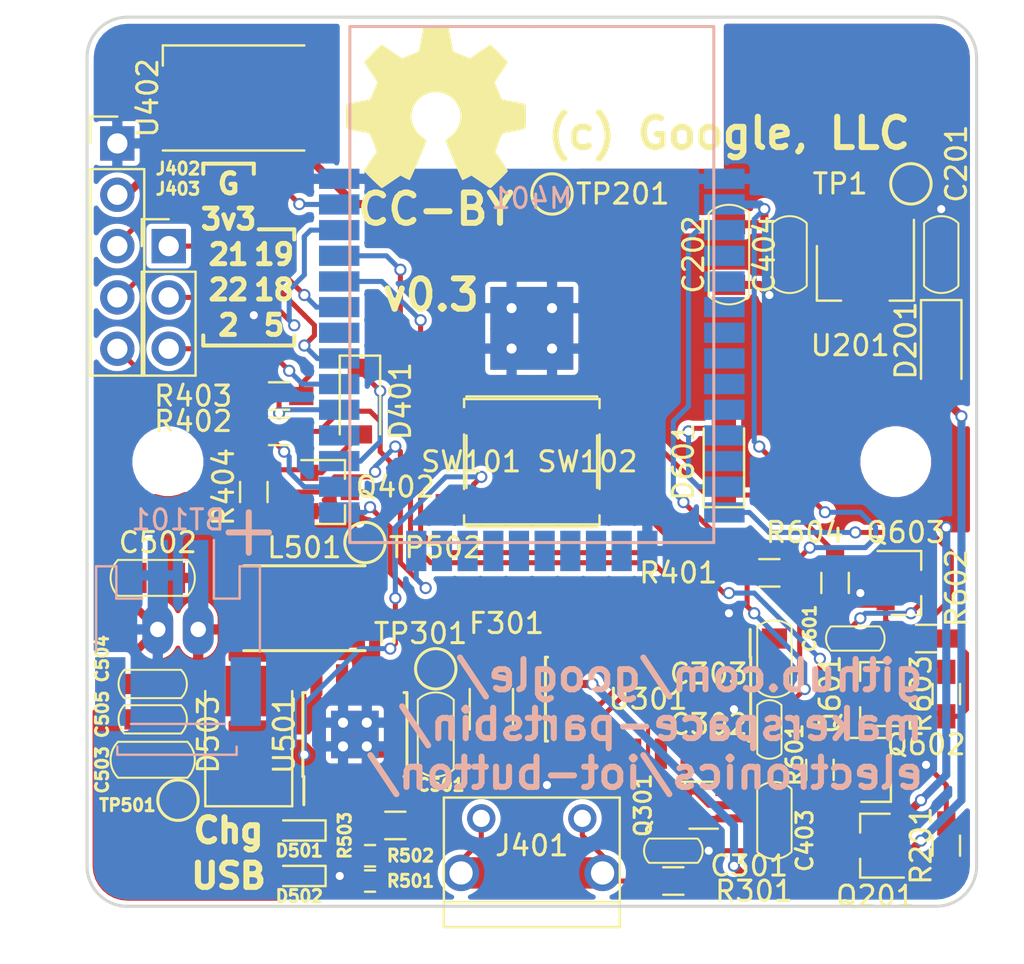
<source format=kicad_pcb>
(kicad_pcb (version 20171130) (host pcbnew 5.1.2)
  (layers (0 F.Cu signal) (31 B.Cu signal) (34 B.Paste user hide) (35 F.Paste user hide) (36 B.SilkS user) (37 F.SilkS user hide) (38 B.Mask user) (39 F.Mask user hide) (44 Edge.Cuts user))
  (net 0 "")
  (net 1 GND)
  (net 2 /esp_module/CHIP_PD)
  (net 3 /esp_module/IO0)
  (net 4 "Net-(M401-Pad26)")
  (net 5 /esp_module/RXD)
  (net 6 /esp_module/TXD)
  (net 7 "Net-(M401-Pad37)")
  (net 8 /usb/~RTS)
  (net 9 /usb/~DTR)
  (net 10 "Net-(Q402-Pad3)")
  (net 11 "Net-(C301-Pad1)")
  (net 12 "Net-(D501-Pad1)")
  (net 13 /cut_power/KEEPALIVE)
  (net 14 "Net-(Q601-Pad1)")
  (net 15 "Net-(J402-Pad3)")
  (net 16 "Net-(J402-Pad4)")
  (net 17 /esp_module/IO2)
  (net 18 /charge_boost/BATT)
  (net 19 /charge_boost/5V_IN)
  (net 20 /charge_boost/BOOSTED_5V)
  (net 21 /cut_power/PGate)
  (net 22 "Net-(D401-Pad1)")
  (net 23 "Net-(D401-Pad2)")
  (net 24 "Net-(D501-Pad2)")
  (net 25 /cut_power/POWERON)
  (net 26 /esp_module/BUTTON_PRESSED)
  (net 27 "Net-(F301-Pad1)")
  (net 28 /regul/3V3OUT)
  (net 29 /regul/BATT_5V)
  (net 30 /usb/USB_N)
  (net 31 /usb/USB_P)
  (net 32 /charge_boost/Lx)
  (net 33 /regul/Always_5V)
  (net 34 "Net-(D502-Pad2)")
  (net 35 "Net-(J403-Pad1)")
  (net 36 "Net-(J403-Pad2)")
  (net 37 "Net-(J403-Pad3)")
  (net 38 "Net-(R503-Pad1)")
  (module Symbols:OSHW-Symbol_8.9x8mm_SilkScreen (layer F.Cu) (at 113.25 56.5)
    (fp_text reference P103 hide)
    (fp_text value OSHW hide)
  )
  (module Mounting_Holes:MountingHole_3mm (layer F.Cu) (at 136 74)
    (fp_text reference P104 hide)
    (fp_text value HOLE)
    (pad 1 np_thru_hole circle (at 0 0) (size 3 3) (drill 3) (layers *.Cu *.Mask))
  )
  (module Mounting_Holes:MountingHole_3mm (layer F.Cu) (at 100 74)
    (fp_text reference P105 hide)
    (fp_text value HOLE)
    (pad 1 np_thru_hole circle (at 0 0) (size 3 3) (drill 3) (layers *.Cu *.Mask))
  )
  (module TO_SOT_Packages_SMD:SOT-363_SC-70-6_Handsoldering (layer F.Cu) (at 126.5 91)
    (fp_text reference Q301 (at -3 0 90) (layer F.SilkS) (effects (font (size 0.8 0.8))))
    (fp_text value UMH3N)
    (pad 1 smd rect (at -1.33 -0.65) (size 1.5 0.4) (layers F.Cu F.Paste F.Mask) (net 8 /usb/~RTS))
    (pad 2 smd rect (at -1.33 0) (size 1.5 0.4) (layers F.Cu F.Paste F.Mask) (net 9 /usb/~DTR))
    (pad 3 smd rect (at -1.33 0.65) (size 1.5 0.4) (layers F.Cu F.Paste F.Mask) (net 3 /esp_module/IO0))
    (pad 4 smd rect (at 1.33 0.65) (size 1.5 0.4) (layers F.Cu F.Paste F.Mask) (net 9 /usb/~DTR))
    (pad 5 smd rect (at 1.33 0) (size 1.5 0.4) (layers F.Cu F.Paste F.Mask) (net 8 /usb/~RTS))
    (pad 6 smd rect (at 1.33 -0.65) (size 1.5 0.4) (layers F.Cu F.Paste F.Mask) (net 2 /esp_module/CHIP_PD))
  )
  (module Resistors_SMD:R_0603_HandSoldering (layer F.Cu) (at 129.75 79.5 180)
    (fp_text reference R401 (at 4.5 0 180) (layer F.SilkS))
    (fp_text value 10k)
    (pad 1 smd rect (at -1.1 0 180) (size 1.2 0.9) (layers F.Cu F.Paste F.Mask) (net 28 /regul/3V3OUT))
    (pad 2 smd rect (at 1.1 0 180) (size 1.2 0.9) (layers F.Cu F.Paste F.Mask) (net 2 /esp_module/CHIP_PD))
  )
  (module Resistors_SMD:R_0603_HandSoldering (layer F.Cu) (at 105.5 72.5 180)
    (fp_text reference R402 (at 4.25 0.5 180) (layer F.SilkS))
    (fp_text value 10k)
    (pad 1 smd rect (at -1.1 0 180) (size 1.2 0.9) (layers F.Cu F.Paste F.Mask) (net 10 "Net-(Q402-Pad3)"))
    (pad 2 smd rect (at 1.1 0 180) (size 1.2 0.9) (layers F.Cu F.Paste F.Mask) (net 4 "Net-(M401-Pad26)"))
  )
  (module Resistors_SMD:R_0603_HandSoldering (layer F.Cu) (at 105.5 70.75)
    (fp_text reference R403 (at -4.25 0) (layer F.SilkS))
    (fp_text value 10k)
    (pad 1 smd rect (at -1.1 0) (size 1.2 0.9) (layers F.Cu F.Paste F.Mask) (net 4 "Net-(M401-Pad26)"))
    (pad 2 smd rect (at 1.1 0) (size 1.2 0.9) (layers F.Cu F.Paste F.Mask) (net 1 GND))
  )
  (module Resistors_SMD:R_0603_HandSoldering (layer F.Cu) (at 104.25 75.5 90)
    (fp_text reference R404 (at 0.25 -1.5 270) (layer F.SilkS))
    (fp_text value 10k)
    (pad 1 smd rect (at -1.1 0 90) (size 1.2 0.9) (layers F.Cu F.Paste F.Mask) (net 18 /charge_boost/BATT))
    (pad 2 smd rect (at 1.1 0 90) (size 1.2 0.9) (layers F.Cu F.Paste F.Mask) (net 23 "Net-(D401-Pad2)"))
  )
  (module Housings_SOIC:SOIC-16_3.9x9.9mm_Pitch1.27mm (layer F.Cu) (at 123.75 85.75 270)
    (fp_text reference U301 (at 0 0) (layer F.SilkS))
    (fp_text value CH340C)
    (pad 1 smd rect (at -2.7 -4.445 270) (size 1.5 0.6) (layers F.Cu F.Paste F.Mask) (net 1 GND))
    (pad 2 smd rect (at -2.7 -3.175 270) (size 1.5 0.6) (layers F.Cu F.Paste F.Mask) (net 5 /esp_module/RXD))
    (pad 3 smd rect (at -2.7 -1.905 270) (size 1.5 0.6) (layers F.Cu F.Paste F.Mask) (net 6 /esp_module/TXD))
    (pad 4 smd rect (at -2.7 -0.635 270) (size 1.5 0.6) (layers F.Cu F.Paste F.Mask) (net 28 /regul/3V3OUT))
    (pad 5 smd rect (at -2.7 0.635 270) (size 1.5 0.6) (layers F.Cu F.Paste F.Mask) (net 31 /usb/USB_P))
    (pad 6 smd rect (at -2.7 1.905 270) (size 1.5 0.6) (layers F.Cu F.Paste F.Mask) (net 30 /usb/USB_N))
    (pad 7 smd rect (at -2.7 3.175 270) (size 1.5 0.6) (layers F.Cu F.Paste F.Mask))
    (pad 8 smd rect (at -2.7 4.445 270) (size 1.5 0.6) (layers F.Cu F.Paste F.Mask))
    (pad 9 smd rect (at 2.7 4.445 270) (size 1.5 0.6) (layers F.Cu F.Paste F.Mask))
    (pad 10 smd rect (at 2.7 3.175 270) (size 1.5 0.6) (layers F.Cu F.Paste F.Mask))
    (pad 11 smd rect (at 2.7 1.905 270) (size 1.5 0.6) (layers F.Cu F.Paste F.Mask))
    (pad 12 smd rect (at 2.7 0.635 270) (size 1.5 0.6) (layers F.Cu F.Paste F.Mask))
    (pad 13 smd rect (at 2.7 -0.635 270) (size 1.5 0.6) (layers F.Cu F.Paste F.Mask) (net 9 /usb/~DTR))
    (pad 14 smd rect (at 2.7 -1.905 270) (size 1.5 0.6) (layers F.Cu F.Paste F.Mask) (net 8 /usb/~RTS))
    (pad 15 smd rect (at 2.7 -3.175 270) (size 1.5 0.6) (layers F.Cu F.Paste F.Mask))
    (pad 16 smd rect (at 2.7 -4.445 270) (size 1.5 0.6) (layers F.Cu F.Paste F.Mask) (net 28 /regul/3V3OUT))
  )
  (module Buttons_Switches_SMD:SW_SPST_EVQP0 (layer F.Cu) (at 118 74 180)
    (fp_text reference SW101 (at 3 0 180) (layer F.SilkS))
    (fp_text value SW_Push)
    (pad 1 smd rect (at 2.88 -2 180) (size 2.75 1) (layers F.Cu F.Paste F.Mask) (net 20 /charge_boost/BOOSTED_5V))
    (pad 1 smd rect (at -2.88 -2 180) (size 2.75 1) (layers F.Cu F.Paste F.Mask) (net 20 /charge_boost/BOOSTED_5V))
    (pad 2 smd rect (at -2.88 2 180) (size 2.75 1) (layers F.Cu F.Paste F.Mask) (net 25 /cut_power/POWERON))
    (pad 2 smd rect (at 2.88 2 180) (size 2.75 1) (layers F.Cu F.Paste F.Mask) (net 25 /cut_power/POWERON))
  )
  (module LEDs:LED_WS2812B-PLCC4 (layer F.Cu) (at 103.25 56 180)
    (fp_text reference U402 (at 4.25 0 90) (layer F.SilkS))
    (fp_text value 5050_Serial_RGB)
    (pad 3 smd rect (at 2.5 1.6 180) (size 1.6 1) (layers F.Cu F.Paste F.Mask) (net 1 GND))
    (pad 4 smd rect (at 2.5 -1.6 180) (size 1.6 1) (layers F.Cu F.Paste F.Mask) (net 7 "Net-(M401-Pad37)"))
    (pad 2 smd rect (at -2.5 1.6 180) (size 1.6 1) (layers F.Cu F.Paste F.Mask))
    (pad 1 smd rect (at -2.5 -1.6 180) (size 1.6 1) (layers F.Cu F.Paste F.Mask) (net 28 /regul/3V3OUT))
  )
  (module Capacitors_SMD_Round:C_0603 (layer F.Cu) (at 125 93.25)
    (fp_text reference C301 (at 3.75 0.75) (layer F.SilkS))
    (fp_text value 4.7n hide)
    (pad 1 smd rect (at -0.75 0) (size 0.8 0.75) (layers F.Cu F.Paste F.Mask) (net 11 "Net-(C301-Pad1)"))
    (pad 2 smd rect (at 0.75 0) (size 0.8 0.75) (layers F.Cu F.Paste F.Mask) (net 1 GND))
  )
  (module Capacitors_SMD_Round:C_0603 (layer F.Cu) (at 129.75 87.25 270)
    (fp_text reference C302 (at -0.25 3) (layer F.SilkS))
    (fp_text value 0.1u hide)
    (pad 1 smd rect (at -0.75 0 270) (size 0.8 0.75) (layers F.Cu F.Paste F.Mask) (net 28 /regul/3V3OUT))
    (pad 2 smd rect (at 0.75 0 270) (size 0.8 0.75) (layers F.Cu F.Paste F.Mask) (net 1 GND))
  )
  (module Resistors_SMD:R_0603_HandSoldering (layer F.Cu) (at 125 94.75)
    (fp_text reference R301 (at 4 0.5) (layer F.SilkS))
    (fp_text value 1M)
    (pad 1 smd rect (at -1.1 0) (size 1.2 0.9) (layers F.Cu F.Paste F.Mask) (net 11 "Net-(C301-Pad1)"))
    (pad 2 smd rect (at 1.1 0) (size 1.2 0.9) (layers F.Cu F.Paste F.Mask) (net 1 GND))
  )
  (module Fiducials:Fiducial_1mm_Dia_2.54mm_Outer_CopperTop (layer F.Cu) (at 99 93)
    (fp_text reference P101 hide)
    (fp_text value FID)
    (pad ~ smd circle (at 0 0) (size 1 1) (layers F.Cu F.Mask) (clearance 0.77))
  )
  (module Fiducials:Fiducial_1mm_Dia_2.54mm_Outer_CopperTop (layer F.Cu) (at 137 55)
    (fp_text reference P102 hide)
    (fp_text value FID)
    (pad ~ smd circle (at 0 0) (size 1 1) (layers F.Cu F.Mask) (clearance 0.77))
  )
  (module Resistors_SMD:R_0603_HandSoldering (layer F.Cu) (at 132.25 89.25 90)
    (fp_text reference R601 (at 0.75 -1.25 90) (layer F.SilkS) (effects (font (size 0.8 0.8))))
    (fp_text value 100k)
    (pad 1 smd rect (at -1.1 0 90) (size 1.2 0.9) (layers F.Cu F.Paste F.Mask) (net 20 /charge_boost/BOOSTED_5V))
    (pad 2 smd rect (at 1.1 0 90) (size 1.2 0.9) (layers F.Cu F.Paste F.Mask) (net 21 /cut_power/PGate))
  )
  (module Resistors_SMD:R_0603_HandSoldering (layer F.Cu) (at 137.5 82.75 180)
    (fp_text reference R602 (at -1.5 2.5 270) (layer F.SilkS))
    (fp_text value 100k)
    (pad 1 smd rect (at -1.1 0 180) (size 1.2 0.9) (layers F.Cu F.Paste F.Mask) (net 14 "Net-(Q601-Pad1)"))
    (pad 2 smd rect (at 1.1 0 180) (size 1.2 0.9) (layers F.Cu F.Paste F.Mask) (net 1 GND))
  )
  (module Resistors_SMD:R_0603_HandSoldering (layer F.Cu) (at 138.5 85.5 90)
    (fp_text reference R603 (at 0 -1.25 90) (layer F.SilkS))
    (fp_text value 10k)
    (pad 1 smd rect (at -1.1 0 90) (size 1.2 0.9) (layers F.Cu F.Paste F.Mask) (net 14 "Net-(Q601-Pad1)"))
    (pad 2 smd rect (at 1.1 0 90) (size 1.2 0.9) (layers F.Cu F.Paste F.Mask) (net 13 /cut_power/KEEPALIVE))
  )
  (module Diodes_SMD:D_SOD-123 (layer F.Cu) (at 138.25 68.25 270)
    (fp_text reference D201 (at -0.25 1.75 270) (layer F.SilkS))
    (fp_text value B5819W)
    (pad 1 smd rect (at -1.65 0 270) (size 0.9 1.2) (layers F.Cu F.Paste F.Mask) (net 33 /regul/Always_5V))
    (pad 2 smd rect (at 1.65 0 270) (size 0.9 1.2) (layers F.Cu F.Paste F.Mask) (net 19 /charge_boost/5V_IN))
  )
  (module Resistors_SMD:R_0603_HandSoldering (layer F.Cu) (at 138.5 93 90)
    (fp_text reference R201 (at 0 -1.25 90) (layer F.SilkS))
    (fp_text value 10k)
    (pad 1 smd rect (at -1.1 0 90) (size 1.2 0.9) (layers F.Cu F.Paste F.Mask) (net 19 /charge_boost/5V_IN))
    (pad 2 smd rect (at 1.1 0 90) (size 1.2 0.9) (layers F.Cu F.Paste F.Mask) (net 1 GND))
  )
  (module Pin_Headers:Pin_Header_Straight_1x05_Pitch2.54mm (layer F.Cu) (at 97.5 58.25)
    (fp_text reference J402 (at 3 1.25) (layer F.SilkS) (effects (font (size 0.6 0.6))))
    (fp_text value CONN_01X05)
    (pad 1 thru_hole rect (at 0 0) (size 1.7 1.7) (drill 1) (layers *.Cu *.Mask) (net 1 GND))
    (pad 2 thru_hole oval (at 0 2.54) (size 1.7 1.7) (drill 1) (layers *.Cu *.Mask) (net 28 /regul/3V3OUT))
    (pad 3 thru_hole oval (at 0 5.08) (size 1.7 1.7) (drill 1) (layers *.Cu *.Mask) (net 15 "Net-(J402-Pad3)"))
    (pad 4 thru_hole oval (at 0 7.62) (size 1.7 1.7) (drill 1) (layers *.Cu *.Mask) (net 16 "Net-(J402-Pad4)"))
    (pad 5 thru_hole oval (at 0 10.16) (size 1.7 1.7) (drill 1) (layers *.Cu *.Mask) (net 17 /esp_module/IO2))
  )
  (module Capacitors_SMD_Round:C_0805 (layer F.Cu) (at 113.25 87.5 270)
    (fp_text reference C501 (at 2.5 -0.25) (layer F.SilkS) (effects (font (size 0.6 0.6))))
    (fp_text value 10u)
    (pad 1 smd rect (at -0.95 0 270) (size 1.3 1.5) (layers F.Cu F.Paste F.Mask) (net 19 /charge_boost/5V_IN))
    (pad 2 smd rect (at 0.95 0 270) (size 1.3 1.5) (layers F.Cu F.Paste F.Mask) (net 1 GND))
  )
  (module Capacitors_SMD_Round:C_0805 (layer F.Cu) (at 99.25 79.75 180)
    (fp_text reference C502 (at -0.25 1.75 180) (layer F.SilkS))
    (fp_text value 22u)
    (pad 1 smd rect (at -0.95 0 180) (size 1.3 1.5) (layers F.Cu F.Paste F.Mask) (net 18 /charge_boost/BATT))
    (pad 2 smd rect (at 0.95 0 180) (size 1.3 1.5) (layers F.Cu F.Paste F.Mask) (net 1 GND))
  )
  (module Capacitors_SMD_Round:C_0805 (layer F.Cu) (at 99.25 88.75 180)
    (fp_text reference C503 (at 2.5 -0.5 270) (layer F.SilkS) (effects (font (size 0.6 0.6))))
    (fp_text value 22u)
    (pad 1 smd rect (at -0.95 0 180) (size 1.3 1.5) (layers F.Cu F.Paste F.Mask) (net 20 /charge_boost/BOOSTED_5V))
    (pad 2 smd rect (at 0.95 0 180) (size 1.3 1.5) (layers F.Cu F.Paste F.Mask) (net 1 GND))
  )
  (module Capacitors_SMD_Round:C_0603 (layer F.Cu) (at 99.25 85 180)
    (fp_text reference C504 (at 2.5 1.25 270) (layer F.SilkS) (effects (font (size 0.6 0.6))))
    (fp_text value 0.1u hide)
    (pad 1 smd rect (at -0.85 0 180) (size 1.1 1) (layers F.Cu F.Paste F.Mask) (net 18 /charge_boost/BATT))
    (pad 2 smd rect (at 0.85 0 180) (size 1.1 1) (layers F.Cu F.Paste F.Mask) (net 1 GND))
  )
  (module Capacitors_SMD_Round:C_0603 (layer F.Cu) (at 99.25 86.75 180)
    (fp_text reference C505 (at 2.5 0.25 270) (layer F.SilkS) (effects (font (size 0.6 0.6))))
    (fp_text value 0.1u hide)
    (pad 1 smd rect (at -0.85 0 180) (size 1.1 1) (layers F.Cu F.Paste F.Mask) (net 20 /charge_boost/BOOSTED_5V))
    (pad 2 smd rect (at 0.85 0 180) (size 1.1 1) (layers F.Cu F.Paste F.Mask) (net 1 GND))
  )
  (module Diodes_SMD:D_SOD-123 (layer F.Cu) (at 109.5 71 270)
    (fp_text reference D401 (at 0 -2 270) (layer F.SilkS))
    (fp_text value B5819W)
    (pad 1 smd rect (at -1.65 0 270) (size 0.9 1.2) (layers F.Cu F.Paste F.Mask) (net 22 "Net-(D401-Pad1)"))
    (pad 2 smd rect (at 1.65 0 270) (size 0.9 1.2) (layers F.Cu F.Paste F.Mask) (net 23 "Net-(D401-Pad2)"))
  )
  (module Diodes_SMD:D_SOD-123 (layer F.Cu) (at 127.5 74 90)
    (fp_text reference D601 (at 0 -2 90) (layer F.SilkS))
    (fp_text value B5819W)
    (pad 1 smd rect (at -1.65 0 90) (size 0.9 1.2) (layers F.Cu F.Paste F.Mask) (net 25 /cut_power/POWERON))
    (pad 2 smd rect (at 1.65 0 90) (size 0.9 1.2) (layers F.Cu F.Paste F.Mask) (net 26 /esp_module/BUTTON_PRESSED))
  )
  (module Fuse_Holders_and_Fuses:Fuse_SMD1206_HandSoldering (layer F.Cu) (at 116 86.25 90)
    (fp_text reference F301 (at 4.25 0.75 180) (layer F.SilkS))
    (fp_text value "500mA Hold")
    (pad 1 smd rect (at -2.09 0 180) (size 2.03 2.65) (layers F.Cu F.Paste F.Mask) (net 27 "Net-(F301-Pad1)"))
    (pad 2 smd rect (at 2.09 0 180) (size 2.03 2.65) (layers F.Cu F.Paste F.Mask) (net 19 /charge_boost/5V_IN))
  )
  (module Inductors:Inductor_Taiyo-Yuden_NR-40xx_HandSoldering (layer F.Cu) (at 106.75 81.25)
    (fp_text reference L501 (at 0 -3) (layer F.SilkS))
    (fp_text value 4.7uH)
    (pad 1 smd rect (at -1.9 0) (size 2.2 3.9) (layers F.Cu F.Paste F.Mask) (net 32 /charge_boost/Lx))
    (pad 2 smd rect (at 1.9 0) (size 2.2 3.9) (layers F.Cu F.Paste F.Mask) (net 18 /charge_boost/BATT))
  )
  (module Resistors_SMD:R_0603_HandSoldering (layer F.Cu) (at 133 80 270)
    (fp_text reference R604 (at -2.5 1.5) (layer F.SilkS))
    (fp_text value 10k)
    (pad 1 smd rect (at -1.1 0 270) (size 1.2 0.9) (layers F.Cu F.Paste F.Mask) (net 25 /cut_power/POWERON))
    (pad 2 smd rect (at 1.1 0 270) (size 1.2 0.9) (layers F.Cu F.Paste F.Mask) (net 1 GND))
  )
  (module Diodes_SMD:D_SMB (layer F.Cu) (at 104 87.5 90)
    (fp_text reference D503 (at 0 -2 90) (layer F.SilkS))
    (fp_text value 2A)
    (pad 1 smd rect (at -2.15 0 90) (size 2.5 2.3) (layers F.Cu F.Paste F.Mask) (net 20 /charge_boost/BOOSTED_5V))
    (pad 2 smd rect (at 2.15 0 90) (size 2.5 2.3) (layers F.Cu F.Paste F.Mask) (net 32 /charge_boost/Lx))
  )
  (module TO_SOT_Packages_SMD:SOT-89-3 (layer F.Cu) (at 134.5 64.25 270)
    (fp_text reference U201 (at 4 0.75) (layer F.SilkS))
    (fp_text value HT7333A)
    (pad 2 smd trapezoid (at 2.667 0 180) (size 1.6 0.85) (rect_delta 0 0.6) (layers F.Cu F.Paste F.Mask) (net 33 /regul/Always_5V))
    (pad 1 smd rect (at -1.48 -1.5 180) (size 1 1.5) (layers F.Cu F.Paste F.Mask) (net 1 GND))
    (pad 2 smd rect (at -1.3335 0 180) (size 1 1.8) (layers F.Cu F.Paste F.Mask) (net 33 /regul/Always_5V))
    (pad 3 smd rect (at -1.48 1.5 180) (size 1 1.5) (layers F.Cu F.Paste F.Mask) (net 28 /regul/3V3OUT))
    (pad 2 smd rect (at 1.3335 0 180) (size 2.2 1.84) (layers F.Cu F.Paste F.Mask) (net 33 /regul/Always_5V))
    (pad 2 smd trapezoid (at -0.0762 0) (size 1.5 1) (rect_delta 0 0.7) (layers F.Cu F.Paste F.Mask) (net 33 /regul/Always_5V))
  )
  (module Buttons_Switches_SMD:SW_SPST_PTS645 (layer F.Cu) (at 118 74 180)
    (fp_text reference SW102 (at -2.75 0 180) (layer F.SilkS))
    (fp_text value SW_Push)
    (pad 2 smd rect (at -3.98 2.25 180) (size 1.55 1.3) (layers F.Cu F.Paste F.Mask) (net 25 /cut_power/POWERON))
    (pad 1 smd rect (at -3.98 -2.25 180) (size 1.55 1.3) (layers F.Cu F.Paste F.Mask) (net 20 /charge_boost/BOOSTED_5V))
    (pad 1 smd rect (at 3.98 -2.25 180) (size 1.55 1.3) (layers F.Cu F.Paste F.Mask) (net 20 /charge_boost/BOOSTED_5V))
    (pad 2 smd rect (at 3.98 2.25 180) (size 1.55 1.3) (layers F.Cu F.Paste F.Mask) (net 25 /cut_power/POWERON))
  )
  (module JST_Combo:JST_PH_2_Combo (layer B.Cu) (at 100.5 82.5 180)
    (fp_text reference BT101 (at 0 5.625 180) (layer B.SilkS) (effects (justify mirror)))
    (fp_text value Battery_Cell)
    (pad 1 smd rect (at -1 2.875 180) (size 1 3.5) (layers B.Cu B.Paste B.Mask) (net 18 /charge_boost/BATT))
    (pad 2 smd rect (at 1 2.875 180) (size 1 3.5) (layers B.Cu B.Paste B.Mask) (net 1 GND))
    (pad "" smd rect (at -3.35 -2.875 180) (size 1.5 3.4) (layers B.Cu B.Paste B.Mask))
    (pad "" smd rect (at 3.35 -2.875 180) (size 1.5 3.4) (layers B.Cu B.Paste B.Mask))
    (pad 1 thru_hole oval (at -1 0.2 180) (size 1.524 2.5) (drill 0.762) (layers *.Cu *.Mask) (net 18 /charge_boost/BATT))
    (pad 2 thru_hole oval (at 1 0.2 180) (size 1.524 2.5) (drill 0.762) (layers *.Cu *.Mask) (net 1 GND))
  )
  (module Capacitors_SMD_Round:C_0805 (layer F.Cu) (at 130 83.75 90)
    (fp_text reference C303 (at -0.75 -3.25 180) (layer F.SilkS))
    (fp_text value 10u)
    (pad 1 smd rect (at -1 0 90) (size 1 1.25) (layers F.Cu F.Paste F.Mask) (net 28 /regul/3V3OUT))
    (pad 2 smd rect (at 1 0 90) (size 1 1.25) (layers F.Cu F.Paste F.Mask) (net 1 GND))
  )
  (module Capacitors_SMD_Round:C_0805 (layer F.Cu) (at 138.25 63.75 90)
    (fp_text reference C201 (at 4.5 0.75 90) (layer F.SilkS))
    (fp_text value 10u)
    (pad 1 smd rect (at -1 0 90) (size 1 1.25) (layers F.Cu F.Paste F.Mask) (net 33 /regul/Always_5V))
    (pad 2 smd rect (at 1 0 90) (size 1 1.25) (layers F.Cu F.Paste F.Mask) (net 1 GND))
  )
  (module Capacitors_SMD_Round:C_0805 (layer F.Cu) (at 130.75 63.75 270)
    (fp_text reference C202 (at 0 4.75 270) (layer F.SilkS))
    (fp_text value 10u)
    (pad 1 smd rect (at -1 0 270) (size 1 1.25) (layers F.Cu F.Paste F.Mask) (net 28 /regul/3V3OUT))
    (pad 2 smd rect (at 1 0 270) (size 1 1.25) (layers F.Cu F.Paste F.Mask) (net 1 GND))
  )
  (module TO_SOT_Packages_SMD:SOT-23 (layer F.Cu) (at 108 75.5)
    (fp_text reference Q402 (at 3.25 -0.25) (layer F.SilkS))
    (fp_text value AO3401 hide)
    (pad 1 smd rect (at -1 -0.95) (size 0.9 0.8) (layers F.Cu F.Paste F.Mask) (net 23 "Net-(D401-Pad2)"))
    (pad 2 smd rect (at -1 0.95) (size 0.9 0.8) (layers F.Cu F.Paste F.Mask) (net 18 /charge_boost/BATT))
    (pad 3 smd rect (at 1 0) (size 0.9 0.8) (layers F.Cu F.Paste F.Mask) (net 10 "Net-(Q402-Pad3)"))
  )
  (module TO_SOT_Packages_SMD:SOT-23 (layer F.Cu) (at 135 85.5 180)
    (fp_text reference Q601 (at 2.25 0 270) (layer F.SilkS))
    (fp_text value AO3400 hide)
    (pad 1 smd rect (at -1 -0.95 180) (size 0.9 0.8) (layers F.Cu F.Paste F.Mask) (net 14 "Net-(Q601-Pad1)"))
    (pad 2 smd rect (at -1 0.95 180) (size 0.9 0.8) (layers F.Cu F.Paste F.Mask) (net 1 GND))
    (pad 3 smd rect (at 1 0 180) (size 0.9 0.8) (layers F.Cu F.Paste F.Mask) (net 21 /cut_power/PGate))
  )
  (module TO_SOT_Packages_SMD:SOT-23 (layer F.Cu) (at 135 89.25)
    (fp_text reference Q602 (at 2.5 -1.25) (layer F.SilkS))
    (fp_text value AO3401 hide)
    (pad 1 smd rect (at -1 -0.95) (size 0.9 0.8) (layers F.Cu F.Paste F.Mask) (net 21 /cut_power/PGate))
    (pad 2 smd rect (at -1 0.95) (size 0.9 0.8) (layers F.Cu F.Paste F.Mask) (net 20 /charge_boost/BOOSTED_5V))
    (pad 3 smd rect (at 1 0) (size 0.9 0.8) (layers F.Cu F.Paste F.Mask) (net 29 /regul/BATT_5V))
  )
  (module TO_SOT_Packages_SMD:SOT-23 (layer F.Cu) (at 136.5 80)
    (fp_text reference Q603 (at 0 -2.5) (layer F.SilkS))
    (fp_text value AO3400 hide)
    (pad 1 smd rect (at -1 -0.95) (size 0.9 0.8) (layers F.Cu F.Paste F.Mask) (net 25 /cut_power/POWERON))
    (pad 2 smd rect (at -1 0.95) (size 0.9 0.8) (layers F.Cu F.Paste F.Mask) (net 1 GND))
    (pad 3 smd rect (at 1 0) (size 0.9 0.8) (layers F.Cu F.Paste F.Mask) (net 21 /cut_power/PGate))
  )
  (module TO_SOT_Packages_SMD:SOT-23 (layer F.Cu) (at 135 93 180)
    (fp_text reference Q201 (at 0 -2.5 180) (layer F.SilkS))
    (fp_text value AO3401 hide)
    (pad 1 smd rect (at -1 -0.95 180) (size 0.9 0.8) (layers F.Cu F.Paste F.Mask) (net 19 /charge_boost/5V_IN))
    (pad 2 smd rect (at -1 0.95 180) (size 0.9 0.8) (layers F.Cu F.Paste F.Mask) (net 33 /regul/Always_5V))
    (pad 3 smd rect (at 1 0 180) (size 0.9 0.8) (layers F.Cu F.Paste F.Mask) (net 29 /regul/BATT_5V))
  )
  (module Capacitors_SMD_Round:C_1206 (layer F.Cu) (at 127.75 63.75 270)
    (fp_text reference C404 (at 0 -1.75 270) (layer F.SilkS))
    (fp_text value 47u)
    (pad 1 smd rect (at -1.5 0 270) (size 1 1.6) (layers F.Cu F.Paste F.Mask) (net 28 /regul/3V3OUT))
    (pad 2 smd rect (at 1.5 0 270) (size 1 1.6) (layers F.Cu F.Paste F.Mask) (net 1 GND))
  )
  (module Capacitors_SMD_Round:C_0805 (layer F.Cu) (at 130 91.75 270)
    (fp_text reference C403 (at 1 -1.5 270) (layer F.SilkS) (effects (font (size 0.8 0.8))))
    (fp_text value 1u)
    (pad 1 smd rect (at -1 0 270) (size 1 1.25) (layers F.Cu F.Paste F.Mask) (net 2 /esp_module/CHIP_PD))
    (pad 2 smd rect (at 1 0 270) (size 1 1.25) (layers F.Cu F.Paste F.Mask) (net 1 GND))
  )
  (module Connectors_USB2:USB_Micro-B_Amphenol-10118194-0001LF_CircularHoles (layer F.Cu) (at 118 93)
    (fp_text reference J401 (at 0 0) (layer F.SilkS))
    (fp_text value USB_OTG)
    (pad 1 smd rect (at -1.3 -1.35 90) (size 1.35 0.4) (layers F.Cu F.Paste F.Mask) (net 27 "Net-(F301-Pad1)"))
    (pad 2 smd rect (at -0.65 -1.35 90) (size 1.35 0.4) (layers F.Cu F.Paste F.Mask) (net 30 /usb/USB_N))
    (pad 3 smd rect (at 0 -1.35 90) (size 1.35 0.4) (layers F.Cu F.Paste F.Mask) (net 31 /usb/USB_P))
    (pad 4 smd rect (at 0.65 -1.35 90) (size 1.35 0.4) (layers F.Cu F.Paste F.Mask))
    (pad 5 smd rect (at 1.3 -1.35 90) (size 1.35 0.4) (layers F.Cu F.Paste F.Mask) (net 1 GND))
    (pad 6 thru_hole circle (at -2.5 -1.35 90) (size 1.4 1.4) (drill 0.85) (layers *.Cu *.Mask) (net 11 "Net-(C301-Pad1)"))
    (pad 6 thru_hole circle (at 2.5 -1.35 90) (size 1.4 1.4) (drill 0.85) (layers *.Cu *.Mask) (net 11 "Net-(C301-Pad1)"))
    (pad 6 thru_hole circle (at -3.5 1.35 90) (size 1.8 1.8) (drill 1.15) (layers *.Cu *.Mask) (net 11 "Net-(C301-Pad1)"))
    (pad 6 thru_hole circle (at 3.5 1.35 90) (size 1.8 1.8) (drill 1.15) (layers *.Cu *.Mask) (net 11 "Net-(C301-Pad1)"))
    (pad 6 smd rect (at -2.9 1.35) (size 1.2 1.55) (layers F.Cu F.Paste F.Mask) (net 11 "Net-(C301-Pad1)"))
    (pad 6 smd rect (at -1 1.35) (size 1.5 1.55) (layers F.Cu F.Paste F.Mask) (net 11 "Net-(C301-Pad1)"))
    (pad 6 smd rect (at 1 1.35) (size 1.5 1.55) (layers F.Cu F.Paste F.Mask) (net 11 "Net-(C301-Pad1)"))
    (pad 6 smd rect (at 2.9 1.35) (size 1.2 1.55) (layers F.Cu F.Paste F.Mask) (net 11 "Net-(C301-Pad1)"))
  )
  (module Test_Points:Test_Point_SMD (layer F.Cu) (at 113.25 84.25)
    (fp_text reference TP301 (at -0.75 -1.75) (layer F.SilkS))
    (fp_text value TEST_1P hide)
    (pad 1 smd circle (at 0 0) (size 1.5 1.5) (layers F.Cu F.Mask) (net 19 /charge_boost/5V_IN))
  )
  (module Test_Points:Test_Point_SMD (layer F.Cu) (at 100.5 90.75)
    (fp_text reference TP501 (at -2.5 0.25) (layer F.SilkS) (effects (font (size 0.6 0.6))))
    (fp_text value TEST_1P hide)
    (pad 1 smd circle (at 0 0) (size 1.5 1.5) (layers F.Cu F.Mask) (net 20 /charge_boost/BOOSTED_5V))
  )
  (module Test_Points:Test_Point_SMD (layer F.Cu) (at 109.75 78)
    (fp_text reference TP502 (at 3.5 0.25) (layer F.SilkS))
    (fp_text value TEST_1P hide)
    (pad 1 smd circle (at 0 0) (size 1.5 1.5) (layers F.Cu F.Mask) (net 18 /charge_boost/BATT))
  )
  (module Test_Points:Test_Point_SMD (layer F.Cu) (at 119 60.75)
    (fp_text reference TP201 (at 3.5 0) (layer F.SilkS))
    (fp_text value TEST_1P hide)
    (pad 1 smd circle (at 0 0) (size 1.5 1.5) (layers F.Cu F.Mask) (net 28 /regul/3V3OUT))
  )
  (module Pin_Headers:Pin_Header_Straight_1x03_Pitch2.54mm (layer F.Cu) (at 100.04 63.33)
    (fp_text reference J403 (at 0.46 -2.83) (layer F.SilkS) (effects (font (size 0.6 0.6))))
    (fp_text value CONN_01X03)
    (pad 1 thru_hole rect (at 0 0) (size 1.7 1.7) (drill 1) (layers *.Cu *.Mask) (net 35 "Net-(J403-Pad1)"))
    (pad 2 thru_hole oval (at 0 2.54) (size 1.7 1.7) (drill 1) (layers *.Cu *.Mask) (net 36 "Net-(J403-Pad2)"))
    (pad 3 thru_hole oval (at 0 5.08) (size 1.7 1.7) (drill 1) (layers *.Cu *.Mask) (net 37 "Net-(J403-Pad3)"))
  )
  (module LEDs:LED_0603 (layer F.Cu) (at 106.5 92.25 180)
    (fp_text reference D501 (at 0 -1 180) (layer F.SilkS) (effects (font (size 0.6 0.6))))
    (fp_text value "CHARGE (Red)")
    (pad 2 smd rect (at 0.8 0) (size 0.8 0.8) (layers F.Cu F.Paste F.Mask) (net 24 "Net-(D501-Pad2)"))
    (pad 1 smd rect (at -0.8 0) (size 0.8 0.8) (layers F.Cu F.Paste F.Mask) (net 12 "Net-(D501-Pad1)"))
  )
  (module LEDs:LED_0603 (layer F.Cu) (at 106.5 94.5 180)
    (fp_text reference D502 (at 0 -1 180) (layer F.SilkS) (effects (font (size 0.6 0.6))))
    (fp_text value "Power (Grn)")
    (pad 2 smd rect (at 0.8 0) (size 0.8 0.8) (layers F.Cu F.Paste F.Mask) (net 34 "Net-(D502-Pad2)"))
    (pad 1 smd rect (at -0.8 0) (size 0.8 0.8) (layers F.Cu F.Paste F.Mask) (net 1 GND))
  )
  (module Resistors_SMD:R_0402 (layer F.Cu) (at 110 94.75)
    (fp_text reference R501 (at 2 0) (layer F.SilkS) (effects (font (size 0.6 0.6))))
    (fp_text value 1k)
    (pad 1 smd rect (at -0.45 0) (size 0.4 0.6) (layers F.Cu F.Paste F.Mask) (net 34 "Net-(D502-Pad2)"))
    (pad 2 smd rect (at 0.45 0) (size 0.4 0.6) (layers F.Cu F.Paste F.Mask) (net 19 /charge_boost/5V_IN))
  )
  (module Resistors_SMD:R_0402 (layer F.Cu) (at 110 93.5)
    (fp_text reference R502 (at 2 0) (layer F.SilkS) (effects (font (size 0.6 0.6))))
    (fp_text value 1k)
    (pad 1 smd rect (at -0.45 0) (size 0.4 0.6) (layers F.Cu F.Paste F.Mask) (net 24 "Net-(D501-Pad2)"))
    (pad 2 smd rect (at 0.45 0) (size 0.4 0.6) (layers F.Cu F.Paste F.Mask) (net 19 /charge_boost/5V_IN))
  )
  (module Resistors_SMD:R_0603_HandSoldering (layer F.Cu) (at 111.25 92)
    (fp_text reference R503 (at -2.5 0.5 90) (layer F.SilkS) (effects (font (size 0.6 0.6))))
    (fp_text value 2k)
    (pad 1 smd rect (at -1.1 0) (size 1.2 0.9) (layers F.Cu F.Paste F.Mask) (net 38 "Net-(R503-Pad1)"))
    (pad 2 smd rect (at 1.1 0) (size 1.2 0.9) (layers F.Cu F.Paste F.Mask) (net 1 GND))
  )
  (module Test_Points:Test_Point_SMD (layer F.Cu) (at 136.75 60.25)
    (fp_text reference TP1 (at -3.5 0) (layer F.SilkS))
    (fp_text value TEST_1P hide)
    (pad 1 smd circle (at 0 0) (size 1.5 1.5) (layers F.Cu F.Mask) (net 33 /regul/Always_5V))
  )
  (module Capacitors_SMD_Round:C_0603 (layer F.Cu) (at 134 82.75)
    (fp_text reference C601 (at -2.25 -0.5 90) (layer F.SilkS) (effects (font (size 0.6 0.6))))
    (fp_text value 220p hide)
    (pad 1 smd rect (at -0.75 0) (size 0.8 0.75) (layers F.Cu F.Paste F.Mask) (net 21 /cut_power/PGate))
    (pad 2 smd rect (at 0.75 0) (size 0.8 0.75) (layers F.Cu F.Paste F.Mask) (net 1 GND))
  )
  (module Housings_SOIC_EP:SOIC-8-1EP_3.9x4.9mm_Pitch1.27mm (layer F.Cu) (at 109.25 87.5 90)
    (fp_text reference U501 (at 0 -3.5 90) (layer F.SilkS))
    (fp_text value TP5410)
    (pad 1 smd rect (at -2.7 -1.905 90) (size 1.55 0.6) (layers F.Cu F.Paste F.Mask) (net 20 /charge_boost/BOOSTED_5V))
    (pad 2 smd rect (at -2.7 -0.635 90) (size 1.55 0.6) (layers F.Cu F.Paste F.Mask) (net 12 "Net-(D501-Pad1)"))
    (pad 3 smd rect (at -2.7 0.635 90) (size 1.55 0.6) (layers F.Cu F.Paste F.Mask) (net 38 "Net-(R503-Pad1)"))
    (pad 4 smd rect (at -2.7 1.905 90) (size 1.55 0.6) (layers F.Cu F.Paste F.Mask))
    (pad 5 smd rect (at 2.7 1.905 90) (size 1.55 0.6) (layers F.Cu F.Paste F.Mask) (net 19 /charge_boost/5V_IN))
    (pad 6 smd rect (at 2.7 0.635 90) (size 1.55 0.6) (layers F.Cu F.Paste F.Mask) (net 18 /charge_boost/BATT))
    (pad 7 smd rect (at 2.7 -0.635 90) (size 1.55 0.6) (layers F.Cu F.Paste F.Mask) (net 1 GND))
    (pad 8 smd rect (at 2.7 -1.905 90) (size 1.55 0.6) (layers F.Cu F.Paste F.Mask) (net 32 /charge_boost/Lx))
    (pad 9 thru_hole rect (at 0.5875 0.5875 90) (size 1.175 1.175) (drill 0.5) (layers *.Cu *.Mask F.Paste) (net 1 GND))
    (pad 9 thru_hole rect (at 0.5875 -0.5875 90) (size 1.175 1.175) (drill 0.5) (layers *.Cu *.Mask F.Paste) (net 1 GND))
    (pad 9 thru_hole rect (at -0.5875 0.5875 90) (size 1.175 1.175) (drill 0.5) (layers *.Cu *.Mask F.Paste) (net 1 GND))
    (pad 9 thru_hole rect (at -0.5875 -0.5875 90) (size 1.175 1.175) (drill 0.5) (layers *.Cu *.Mask F.Paste) (net 1 GND))
  )
  (module ESP32:WROOM32 (layer B.Cu) (at 118 60 180)
    (fp_text reference M401 (at 0 -0.965 180) (layer B.SilkS) (effects (justify mirror)))
    (fp_text value WROOM32)
    (pad 1 smd rect (at -9.525 0 180) (size 2 1) (layers B.Cu B.Paste B.Mask) (net 1 GND))
    (pad 2 smd rect (at -9.525 -1.27 180) (size 2 1) (layers B.Cu B.Paste B.Mask) (net 28 /regul/3V3OUT))
    (pad 3 smd rect (at -9.525 -2.54 180) (size 2 1) (layers B.Cu B.Paste B.Mask) (net 2 /esp_module/CHIP_PD))
    (pad 4 smd rect (at -9.525 -3.81 180) (size 2 1) (layers B.Cu B.Paste B.Mask))
    (pad 5 smd rect (at -9.525 -5.08 180) (size 2 1) (layers B.Cu B.Paste B.Mask))
    (pad 6 smd rect (at -9.525 -6.35 180) (size 2 1) (layers B.Cu B.Paste B.Mask))
    (pad 7 smd rect (at -9.525 -7.62 180) (size 2 1) (layers B.Cu B.Paste B.Mask))
    (pad 8 smd rect (at -9.525 -8.89 180) (size 2 1) (layers B.Cu B.Paste B.Mask))
    (pad 9 smd rect (at -9.525 -10.16 180) (size 2 1) (layers B.Cu B.Paste B.Mask))
    (pad 10 smd rect (at -9.525 -11.43 180) (size 2 1) (layers B.Cu B.Paste B.Mask))
    (pad 11 smd rect (at -9.525 -12.7 180) (size 2 1) (layers B.Cu B.Paste B.Mask))
    (pad 12 smd rect (at -9.525 -13.97 180) (size 2 1) (layers B.Cu B.Paste B.Mask))
    (pad 13 smd rect (at -9.525 -15.24 180) (size 2 1) (layers B.Cu B.Paste B.Mask) (net 26 /esp_module/BUTTON_PRESSED))
    (pad 14 smd rect (at -9.525 -16.51 180) (size 2 1) (layers B.Cu B.Paste B.Mask) (net 13 /cut_power/KEEPALIVE))
    (pad 15 smd rect (at -5.715 -18.415 180) (size 1 2) (layers B.Cu B.Paste B.Mask) (net 1 GND))
    (pad 16 smd rect (at -4.445 -18.415 180) (size 1 2) (layers B.Cu B.Paste B.Mask))
    (pad 17 smd rect (at -3.175 -18.415 180) (size 1 2) (layers B.Cu B.Paste B.Mask))
    (pad 18 smd rect (at -1.905 -18.415 180) (size 1 2) (layers B.Cu B.Paste B.Mask))
    (pad 19 smd rect (at -0.635 -18.415 180) (size 1 2) (layers B.Cu B.Paste B.Mask))
    (pad 20 smd rect (at 0.635 -18.415 180) (size 1 2) (layers B.Cu B.Paste B.Mask))
    (pad 21 smd rect (at 1.905 -18.415 180) (size 1 2) (layers B.Cu B.Paste B.Mask))
    (pad 22 smd rect (at 3.175 -18.415 180) (size 1 2) (layers B.Cu B.Paste B.Mask))
    (pad 23 smd rect (at 4.445 -18.415 180) (size 1 2) (layers B.Cu B.Paste B.Mask))
    (pad 24 smd rect (at 5.715 -18.415 180) (size 1 2) (layers B.Cu B.Paste B.Mask) (net 17 /esp_module/IO2))
    (pad 25 smd rect (at 9.525 -16.51 180) (size 2 1) (layers B.Cu B.Paste B.Mask) (net 3 /esp_module/IO0))
    (pad 26 smd rect (at 9.525 -15.24 180) (size 2 1) (layers B.Cu B.Paste B.Mask) (net 4 "Net-(M401-Pad26)"))
    (pad 27 smd rect (at 9.525 -13.97 180) (size 2 1) (layers B.Cu B.Paste B.Mask) (net 22 "Net-(D401-Pad1)"))
    (pad 28 smd rect (at 9.525 -12.7 180) (size 2 1) (layers B.Cu B.Paste B.Mask))
    (pad 29 smd rect (at 9.525 -11.43 180) (size 2 1) (layers B.Cu B.Paste B.Mask) (net 37 "Net-(J403-Pad3)"))
    (pad 30 smd rect (at 9.525 -10.16 180) (size 2 1) (layers B.Cu B.Paste B.Mask) (net 36 "Net-(J403-Pad2)"))
    (pad 31 smd rect (at 9.525 -8.89 180) (size 2 1) (layers B.Cu B.Paste B.Mask) (net 35 "Net-(J403-Pad1)"))
    (pad 32 smd rect (at 9.525 -7.62 180) (size 2 1) (layers B.Cu B.Paste B.Mask))
    (pad 33 smd rect (at 9.525 -6.35 180) (size 2 1) (layers B.Cu B.Paste B.Mask) (net 15 "Net-(J402-Pad3)"))
    (pad 34 smd rect (at 9.525 -5.08 180) (size 2 1) (layers B.Cu B.Paste B.Mask) (net 5 /esp_module/RXD))
    (pad 35 smd rect (at 9.525 -3.81 180) (size 2 1) (layers B.Cu B.Paste B.Mask) (net 6 /esp_module/TXD))
    (pad 36 smd rect (at 9.525 -2.54 180) (size 2 1) (layers B.Cu B.Paste B.Mask) (net 16 "Net-(J402-Pad4)"))
    (pad 37 smd rect (at 9.525 -1.27 180) (size 2 1) (layers B.Cu B.Paste B.Mask) (net 7 "Net-(M401-Pad37)"))
    (pad 38 smd rect (at 9.525 0 180) (size 2 1) (layers B.Cu B.Paste B.Mask) (net 1 GND))
    (pad 39 thru_hole rect (at -1 -6.4 180) (size 2.1 2.1) (drill 0.5) (layers *.Cu *.Mask B.Paste) (net 1 GND))
    (pad 39 thru_hole rect (at 1 -6.4 180) (size 2.1 2.1) (drill 0.5) (layers *.Cu *.Mask B.Paste) (net 1 GND))
    (pad 39 thru_hole rect (at -1 -8.4 180) (size 2.1 2.1) (drill 0.5) (layers *.Cu *.Mask B.Paste) (net 1 GND))
    (pad 39 thru_hole rect (at 1 -8.4 180) (size 2.1 2.1) (drill 0.5) (layers *.Cu *.Mask B.Paste) (net 1 GND))
  )
  (gr_line (start 106.25 62.5) (end 104.5 62.5) (angle 90) (layer F.SilkS) (width 0.2))
  (gr_line (start 106.25 63) (end 106.25 62.5) (angle 90) (layer F.SilkS) (width 0.2))
  (gr_line (start 104.25 59.25) (end 104.25 59.75) (angle 90) (layer F.SilkS) (width 0.2))
  (gr_line (start 101.75 59.25) (end 104.25 59.25) (angle 90) (layer F.SilkS) (width 0.2))
  (gr_line (start 101.75 59.75) (end 101.75 59.25) (angle 90) (layer F.SilkS) (width 0.2))
  (gr_line (start 101.75 68.25) (end 101.75 67.75) (angle 90) (layer F.SilkS) (width 0.2))
  (gr_line (start 106.25 68.25) (end 106.25 67.75) (angle 90) (layer F.SilkS) (width 0.2))
  (gr_line (start 101.75 68.25) (end 106.25 68.25) (angle 90) (layer F.SilkS) (width 0.2))
  (gr_text 3v3 (at 103 62) (layer F.SilkS) (effects (font (size 1 1) (thickness 0.25))))
  (gr_text G (at 103 60.25) (layer F.SilkS) (effects (font (size 1 1) (thickness 0.25))))
  (gr_text 2 (at 103 67.25) (layer F.SilkS) (effects (font (size 1 1) (thickness 0.25))))
  (gr_text 22 (at 103 65.5) (layer F.SilkS) (effects (font (size 1 1) (thickness 0.25))))
  (gr_text 21 (at 103 63.75) (layer F.SilkS) (effects (font (size 1 1) (thickness 0.25))))
  (gr_text 5 (at 105.25 67.25) (layer F.SilkS) (effects (font (size 1 1) (thickness 0.25))))
  (gr_text 18 (at 105.25 65.5) (layer F.SilkS) (effects (font (size 1 1) (thickness 0.25))))
  (gr_text 19 (at 105.25 63.75) (layer F.SilkS) (effects (font (size 1 1) (thickness 0.25))))
  (gr_text v0.3 (at 113 65.75) (layer F.SilkS) (effects (font (size 1.5 1.5) (thickness 0.3))))
  (gr_text USB (at 103 94.5) (layer F.SilkS) (effects (font (size 1.2 1.2) (thickness 0.3))))
  (gr_text Chg (at 103 92.25) (layer F.SilkS) (effects (font (size 1.2 1.2) (thickness 0.3))))
  (gr_text "(c) Google, LLC" (at 127.75 57.75) (layer F.SilkS) (effects (font (size 1.5 1.5) (thickness 0.3))))
  (gr_line (start 96 94) (end 96 54) (angle 90) (layer Edge.Cuts) (width 0.15))
  (gr_text "github.com/google/\nmakerspace-partsbin/\nelectronics/iot-button/" (at 137.5 87) (layer B.SilkS) (effects (font (size 1.5 1.5) (thickness 0.3)) (justify left mirror)))
  (gr_text CC-BY (at 113.25 61.5) (layer F.SilkS) (effects (font (size 1.5 1.5) (thickness 0.3))))
  (gr_line (start 98 52) (end 138 52) (angle 90) (layer Edge.Cuts) (width 0.15))
  (gr_line (start 138 96) (end 98 96) (angle 90) (layer Edge.Cuts) (width 0.15))
  (gr_line (start 140 54) (end 140 94) (angle 90) (layer Edge.Cuts) (width 0.15))
  (gr_arc (start 138 94) (end 140 94) (angle 90) (layer Edge.Cuts) (width 0.15))
  (gr_arc (start 98 94) (end 98 96) (angle 90) (layer Edge.Cuts) (width 0.15))
  (gr_arc (start 98 54) (end 96 54) (angle 90) (layer Edge.Cuts) (width 0.15))
  (gr_arc (start 138 54) (end 138 52) (angle 90) (layer Edge.Cuts) (width 0.15))
  (segment (start 127.75 65.25) (end 129.25 65.25) (width 0.4) (layer F.Cu) (net 1))
  (via (at 129.75 65.75) (size 0.6) (drill 0.4) (layers F.Cu B.Cu) (net 1))
  (segment (start 129.75 65.75) (end 130.75 64.75) (width 0.4) (layer F.Cu) (net 1))
  (segment (start 129.25 65.25) (end 129.75 65.75) (width 0.4) (layer F.Cu) (net 1))
  (segment (start 106 68.5) (end 104.25 66.75) (width 0.25) (layer F.Cu) (net 1))
  (via (at 104.25 66.75) (size 0.6) (drill 0.4) (layers F.Cu B.Cu) (net 1))
  (segment (start 106.6 70.75) (end 106.6 70.15) (width 0.25) (layer F.Cu) (net 1))
  (segment (start 107 69.5) (end 106 68.5) (width 0.25) (layer F.Cu) (net 1))
  (segment (start 107 69.75) (end 107 69.5) (width 0.25) (layer F.Cu) (net 1))
  (segment (start 106.6 70.15) (end 107 69.75) (width 0.25) (layer F.Cu) (net 1))
  (segment (start 113.25 88.45) (end 113.25 89) (width 0.25) (layer F.Cu) (net 1))
  (segment (start 113.25 89) (end 112.35 89.9) (width 0.25) (layer F.Cu) (net 1))
  (segment (start 112.35 89.9) (end 112.35 92) (width 0.25) (layer F.Cu) (net 1))
  (segment (start 107.3 94.5) (end 108.5 94.5) (width 0.25) (layer F.Cu) (net 1))
  (via (at 108.5 94.5) (size 0.6) (drill 0.4) (layers F.Cu B.Cu) (net 1))
  (segment (start 100.75 54.4) (end 99.35 54.4) (width 0.4) (layer F.Cu) (net 1))
  (segment (start 97.5 56.25) (end 97.5 58.25) (width 0.4) (layer F.Cu) (net 1))
  (segment (start 99.35 54.4) (end 97.5 56.25) (width 0.4) (layer F.Cu) (net 1))
  (segment (start 119.3 91.65) (end 119.3 90.55) (width 0.25) (layer F.Cu) (net 1))
  (via (at 118.75 90) (size 0.6) (drill 0.4) (layers F.Cu B.Cu) (net 1))
  (segment (start 119.3 90.55) (end 118.75 90) (width 0.25) (layer F.Cu) (net 1))
  (segment (start 98.3 79.75) (end 98.3 81.1) (width 0.4) (layer F.Cu) (net 1))
  (segment (start 98.3 81.1) (end 99.5 82.3) (width 0.4) (layer F.Cu) (net 1))
  (segment (start 98.4 85) (end 98.4 83.4) (width 0.4) (layer F.Cu) (net 1))
  (segment (start 98.4 83.4) (end 99.5 82.3) (width 0.4) (layer F.Cu) (net 1))
  (segment (start 98.4 86.75) (end 98.4 85) (width 0.4) (layer F.Cu) (net 1))
  (segment (start 98.3 88.75) (end 98.3 86.85) (width 0.4) (layer F.Cu) (net 1))
  (segment (start 98.3 86.85) (end 98.4 86.75) (width 0.4) (layer F.Cu) (net 1))
  (segment (start 138.25 62.75) (end 138.25 61.5) (width 0.4) (layer F.Cu) (net 1))
  (via (at 138.25 61.5) (size 0.6) (drill 0.4) (layers F.Cu B.Cu) (net 1))
  (segment (start 129.75 88) (end 128 86.25) (width 0.25) (layer F.Cu) (net 1))
  (via (at 128 86.25) (size 0.6) (drill 0.4) (layers F.Cu B.Cu) (net 1))
  (segment (start 128.195 83.05) (end 128.195 81.945) (width 0.25) (layer F.Cu) (net 1))
  (via (at 127.75 81.5) (size 0.6) (drill 0.4) (layers F.Cu B.Cu) (net 1))
  (segment (start 128.195 81.945) (end 127.75 81.5) (width 0.25) (layer F.Cu) (net 1))
  (segment (start 134.5 81.1) (end 134.5 80.75) (width 0.25) (layer F.Cu) (net 1))
  (via (at 134.25 80.5) (size 0.6) (drill 0.4) (layers F.Cu B.Cu) (net 1))
  (segment (start 134.5 80.75) (end 134.25 80.5) (width 0.25) (layer F.Cu) (net 1))
  (segment (start 138.5 91.9) (end 138.5 90) (width 0.25) (layer F.Cu) (net 1))
  (via (at 137.5 89) (size 0.6) (drill 0.4) (layers F.Cu B.Cu) (net 1))
  (segment (start 138.5 90) (end 137.5 89) (width 0.25) (layer F.Cu) (net 1))
  (via (at 126.75 93.25) (size 0.6) (drill 0.4) (layers F.Cu B.Cu) (net 1))
  (segment (start 125.75 93.25) (end 126.75 93.25) (width 0.25) (layer F.Cu) (net 1))
  (segment (start 126.75 93.25) (end 129.75 93.25) (width 0.25) (layer F.Cu) (net 1))
  (segment (start 129.75 93.25) (end 130 93) (width 0.25) (layer F.Cu) (net 1))
  (segment (start 125.75 93.25) (end 125.75 94.4) (width 0.25) (layer F.Cu) (net 1))
  (segment (start 125.75 94.4) (end 126.1 94.75) (width 0.25) (layer F.Cu) (net 1))
  (segment (start 98.4 88.65) (end 98.3 88.75) (width 0.25) (layer F.Cu) (net 1))
  (segment (start 99.5 82.3) (end 99.5 79.625) (width 0.25) (layer B.Cu) (net 1))
  (segment (start 133 81.1) (end 134.5 81.1) (width 0.25) (layer F.Cu) (net 1))
  (segment (start 134.5 81.1) (end 135.35 81.1) (width 0.25) (layer F.Cu) (net 1))
  (segment (start 135.35 81.1) (end 135.5 80.95) (width 0.25) (layer F.Cu) (net 1))
  (segment (start 135.5 80.95) (end 135.5 81.85) (width 0.25) (layer F.Cu) (net 1))
  (segment (start 135.5 81.85) (end 136.4 82.75) (width 0.25) (layer F.Cu) (net 1))
  (segment (start 136 84.55) (end 136 83.15) (width 0.25) (layer F.Cu) (net 1))
  (segment (start 136 83.15) (end 136.4 82.75) (width 0.25) (layer F.Cu) (net 1))
  (segment (start 134.75 82.75) (end 136.4 82.75) (width 0.25) (layer F.Cu) (net 1))
  (segment (start 113.25 88.45) (end 110.2 88.45) (width 0.4) (layer F.Cu) (net 1))
  (segment (start 110.2 88.45) (end 109.8375 88.0875) (width 0.4) (layer F.Cu) (net 1))
  (segment (start 136 62.77) (end 138.23 62.77) (width 0.4) (layer F.Cu) (net 1))
  (segment (start 138.23 62.77) (end 138.25 62.75) (width 0.4) (layer F.Cu) (net 1))
  (segment (start 130 82.75) (end 128.495 82.75) (width 0.25) (layer F.Cu) (net 1))
  (segment (start 128.495 82.75) (end 128.195 83.05) (width 0.25) (layer F.Cu) (net 1))
  (segment (start 108.6625 88.0875) (end 108.6625 86.9125) (width 0.25) (layer F.Cu) (net 1))
  (segment (start 109.8375 88.0875) (end 108.6625 88.0875) (width 0.4) (layer F.Cu) (net 1))
  (segment (start 109.8375 86.9125) (end 109.8375 88.0875) (width 0.4) (layer F.Cu) (net 1))
  (segment (start 108.6625 86.9125) (end 109.8375 86.9125) (width 0.4) (layer F.Cu) (net 1))
  (segment (start 108.615 84.8) (end 108.615 86.865) (width 0.4) (layer F.Cu) (net 1))
  (segment (start 108.615 86.865) (end 108.6625 86.9125) (width 0.4) (layer F.Cu) (net 1))
  (segment (start 117 66.4) (end 119 66.4) (width 0.25) (layer F.Cu) (net 1))
  (segment (start 117 68.4) (end 117 66.4) (width 0.25) (layer F.Cu) (net 1))
  (segment (start 119 68.4) (end 117 68.4) (width 0.25) (layer F.Cu) (net 1))
  (segment (start 97.5 58.59) (end 97.59 58.59) (width 0.25) (layer B.Cu) (net 1))
  (segment (start 125 72) (end 125 75.5) (width 0.25) (layer B.Cu) (net 2))
  (segment (start 125.5 76) (end 125 75.5) (width 0.25) (layer B.Cu) (net 2))
  (via (at 125.5 76) (size 0.6) (drill 0.4) (layers F.Cu B.Cu) (net 2))
  (segment (start 125.5 76) (end 128.65 79.15) (width 0.25) (layer F.Cu) (net 2))
  (segment (start 125 72) (end 125.75 71.25) (width 0.25) (layer B.Cu) (net 2))
  (segment (start 128.65 79.5) (end 128.65 81.15) (width 0.25) (layer F.Cu) (net 2))
  (segment (start 130.75 89.75) (end 130 90.5) (width 0.25) (layer F.Cu) (net 2))
  (segment (start 130.75 86) (end 130.75 89.75) (width 0.25) (layer F.Cu) (net 2))
  (segment (start 131.5 85.25) (end 130.75 86) (width 0.25) (layer F.Cu) (net 2))
  (via (at 131.5 85.25) (size 0.6) (drill 0.4) (layers F.Cu B.Cu) (net 2))
  (segment (start 131.5 84) (end 131.5 85.25) (width 0.25) (layer B.Cu) (net 2))
  (segment (start 129 81.5) (end 131.5 84) (width 0.25) (layer B.Cu) (net 2))
  (via (at 129 81.5) (size 0.6) (drill 0.4) (layers F.Cu B.Cu) (net 2))
  (segment (start 128.65 81.15) (end 129 81.5) (width 0.25) (layer F.Cu) (net 2))
  (segment (start 127.83 90.35) (end 129.85 90.35) (width 0.25) (layer F.Cu) (net 2))
  (segment (start 129.85 90.35) (end 130 90.5) (width 0.25) (layer F.Cu) (net 2))
  (segment (start 127.525 62.54) (end 126.21 62.54) (width 0.25) (layer B.Cu) (net 2))
  (segment (start 126.21 62.54) (end 125.75 63) (width 0.25) (layer B.Cu) (net 2))
  (segment (start 125.75 63) (end 125.75 71.25) (width 0.25) (layer B.Cu) (net 2))
  (segment (start 128.65 79.15) (end 128.65 79.5) (width 0.25) (layer F.Cu) (net 2))
  (segment (start 130 90.5) (end 130.5 90.5) (width 0.25) (layer F.Cu) (net 2))
  (segment (start 129.85 90.35) (end 130 90.5) (width 0.25) (layer F.Cu) (net 2))
  (segment (start 123.75 89.5) (end 123.75 82) (width 0.2) (layer F.Cu) (net 3))
  (segment (start 109.74 76.51) (end 110 76.25) (width 0.25) (layer B.Cu) (net 3))
  (segment (start 108.475 76.51) (end 109.74 76.51) (width 0.25) (layer B.Cu) (net 3))
  (segment (start 123 81.25) (end 123.75 82) (width 0.25) (layer F.Cu) (net 3))
  (segment (start 112.75 81.25) (end 123 81.25) (width 0.25) (layer F.Cu) (net 3))
  (segment (start 111 79.5) (end 112.75 81.25) (width 0.25) (layer F.Cu) (net 3))
  (segment (start 111 77.25) (end 111 79.5) (width 0.25) (layer F.Cu) (net 3))
  (segment (start 110 76.25) (end 111 77.25) (width 0.25) (layer F.Cu) (net 3))
  (via (at 110 76.25) (size 0.6) (drill 0.4) (layers F.Cu B.Cu) (net 3))
  (segment (start 123.65 91.65) (end 125.17 91.65) (width 0.25) (layer F.Cu) (net 3))
  (segment (start 123.25 91.25) (end 123.65 91.65) (width 0.25) (layer F.Cu) (net 3))
  (segment (start 123.25 90) (end 123.25 91.25) (width 0.25) (layer F.Cu) (net 3))
  (segment (start 123.75 89.5) (end 123.25 90) (width 0.25) (layer F.Cu) (net 3))
  (segment (start 104.4 72.5) (end 104.4 70.75) (width 0.25) (layer F.Cu) (net 4))
  (segment (start 104.4 72.5) (end 104.75 72.5) (width 0.25) (layer F.Cu) (net 4))
  (segment (start 104.75 72.5) (end 105.75 73.5) (width 0.25) (layer F.Cu) (net 4))
  (segment (start 106 73.75) (end 106 74) (width 0.25) (layer B.Cu) (net 4))
  (segment (start 105.75 73.5) (end 106 73.75) (width 0.25) (layer B.Cu) (net 4))
  (via (at 105.75 73.5) (size 0.6) (drill 0.4) (layers F.Cu B.Cu) (net 4))
  (segment (start 104.4 72.5) (end 104.85 72.5) (width 0.25) (layer F.Cu) (net 4))
  (segment (start 106.74 75.24) (end 108.475 75.24) (width 0.25) (layer B.Cu) (net 4))
  (segment (start 106 74.5) (end 106.74 75.24) (width 0.25) (layer B.Cu) (net 4))
  (segment (start 106 74) (end 106 74.5) (width 0.25) (layer B.Cu) (net 4))
  (segment (start 112.5 67) (end 112.5 77.5) (width 0.25) (layer F.Cu) (net 5))
  (segment (start 126.925 83.05) (end 126.925 80.925) (width 0.25) (layer F.Cu) (net 5))
  (segment (start 113.5 78.5) (end 112.5 77.5) (width 0.25) (layer F.Cu) (net 5))
  (segment (start 124.5 78.5) (end 113.5 78.5) (width 0.25) (layer F.Cu) (net 5))
  (segment (start 126.925 80.925) (end 124.5 78.5) (width 0.25) (layer F.Cu) (net 5))
  (segment (start 110.58 65.08) (end 108.475 65.08) (width 0.25) (layer B.Cu) (net 5))
  (segment (start 112.5 67) (end 110.58 65.08) (width 0.25) (layer B.Cu) (net 5))
  (via (at 112.5 67) (size 0.6) (drill 0.4) (layers F.Cu B.Cu) (net 5))
  (segment (start 111.5 64.5) (end 111.5 67.25) (width 0.25) (layer F.Cu) (net 6))
  (segment (start 112 67.75) (end 112 78) (width 0.25) (layer F.Cu) (net 6))
  (segment (start 111.5 67.25) (end 112 67.75) (width 0.25) (layer F.Cu) (net 6))
  (segment (start 125.655 83.05) (end 125.655 80.655) (width 0.25) (layer F.Cu) (net 6))
  (segment (start 125.655 80.655) (end 124 79) (width 0.25) (layer F.Cu) (net 6))
  (segment (start 124 79) (end 113 79) (width 0.25) (layer F.Cu) (net 6))
  (segment (start 113 79) (end 112 78) (width 0.25) (layer F.Cu) (net 6))
  (segment (start 110.81 63.81) (end 108.475 63.81) (width 0.25) (layer B.Cu) (net 6))
  (segment (start 111.5 64.5) (end 110.81 63.81) (width 0.25) (layer B.Cu) (net 6))
  (via (at 111.5 64.5) (size 0.6) (drill 0.4) (layers F.Cu B.Cu) (net 6))
  (segment (start 125.48 83.623552) (end 125.48 83.31) (width 0.25) (layer F.Cu) (net 6))
  (segment (start 100.75 57.6) (end 102.85 57.6) (width 0.25) (layer F.Cu) (net 7))
  (segment (start 106.52 61.27) (end 108.475 61.27) (width 0.25) (layer B.Cu) (net 7))
  (segment (start 106.5 61.25) (end 106.52 61.27) (width 0.25) (layer B.Cu) (net 7))
  (via (at 106.5 61.25) (size 0.6) (drill 0.4) (layers F.Cu B.Cu) (net 7))
  (segment (start 102.85 57.6) (end 106.5 61.25) (width 0.25) (layer F.Cu) (net 7))
  (segment (start 125.17 90.35) (end 125.17 90.08) (width 0.25) (layer F.Cu) (net 8))
  (segment (start 125.655 89.595) (end 125.655 88.45) (width 0.25) (layer F.Cu) (net 8))
  (segment (start 125.17 90.08) (end 125.655 89.595) (width 0.25) (layer F.Cu) (net 8))
  (segment (start 125.17 90.35) (end 126.1 90.35) (width 0.25) (layer F.Cu) (net 8))
  (segment (start 126.75 91) (end 127.83 91) (width 0.25) (layer F.Cu) (net 8))
  (segment (start 126.1 90.35) (end 126.75 91) (width 0.25) (layer F.Cu) (net 8))
  (segment (start 124.385 88.45) (end 124.385 89.615) (width 0.25) (layer F.Cu) (net 9))
  (segment (start 124.25 89.75) (end 123.75 90.25) (width 0.25) (layer F.Cu) (net 9))
  (segment (start 124.385 89.615) (end 124.25 89.75) (width 0.25) (layer F.Cu) (net 9))
  (segment (start 125.17 91) (end 124 91) (width 0.25) (layer F.Cu) (net 9))
  (segment (start 124 91) (end 123.75 90.75) (width 0.25) (layer F.Cu) (net 9))
  (segment (start 123.75 90.75) (end 123.75 90.25) (width 0.25) (layer F.Cu) (net 9))
  (segment (start 125.17 91) (end 126 91) (width 0.25) (layer F.Cu) (net 9))
  (segment (start 126.65 91.65) (end 127.83 91.65) (width 0.25) (layer F.Cu) (net 9))
  (segment (start 126 91) (end 126.65 91.65) (width 0.25) (layer F.Cu) (net 9))
  (segment (start 109 75.5) (end 110.5 75.5) (width 0.25) (layer F.Cu) (net 10))
  (segment (start 111 74) (end 110.5 73.5) (width 0.25) (layer F.Cu) (net 10))
  (segment (start 111 75) (end 111 74) (width 0.25) (layer F.Cu) (net 10))
  (segment (start 110.5 75.5) (end 111 75) (width 0.25) (layer F.Cu) (net 10))
  (segment (start 107.5 72.5) (end 106.6 72.5) (width 0.25) (layer F.Cu) (net 10))
  (segment (start 108.5 71.5) (end 107.5 72.5) (width 0.25) (layer F.Cu) (net 10))
  (segment (start 110 71.5) (end 108.5 71.5) (width 0.25) (layer F.Cu) (net 10))
  (segment (start 110.5 72) (end 110 71.5) (width 0.25) (layer F.Cu) (net 10))
  (segment (start 110.5 73.5) (end 110.5 72) (width 0.25) (layer F.Cu) (net 10))
  (segment (start 121.5 94.35) (end 121.5 93.5) (width 0.25) (layer F.Cu) (net 11))
  (segment (start 121.5 93.5) (end 120.5 92.5) (width 0.25) (layer F.Cu) (net 11))
  (segment (start 120.5 92.5) (end 120.5 91.65) (width 0.25) (layer F.Cu) (net 11))
  (segment (start 114.5 94.35) (end 114.5 93.75) (width 0.25) (layer F.Cu) (net 11))
  (segment (start 114.5 93.75) (end 115.5 92.75) (width 0.25) (layer F.Cu) (net 11))
  (segment (start 115.5 92.75) (end 115.5 91.65) (width 0.25) (layer F.Cu) (net 11))
  (segment (start 119 94.35) (end 121.5 94.35) (width 0.25) (layer F.Cu) (net 11))
  (segment (start 117 94.35) (end 119 94.35) (width 0.25) (layer F.Cu) (net 11))
  (segment (start 114.5 94.35) (end 117 94.35) (width 0.25) (layer F.Cu) (net 11))
  (segment (start 123.9 94.75) (end 121.9 94.75) (width 0.25) (layer F.Cu) (net 11))
  (segment (start 121.9 94.75) (end 121.5 94.35) (width 0.25) (layer F.Cu) (net 11))
  (segment (start 124.25 93.25) (end 124.25 94.4) (width 0.25) (layer F.Cu) (net 11))
  (segment (start 124.25 94.4) (end 123.9 94.75) (width 0.25) (layer F.Cu) (net 11))
  (segment (start 115.51 94.12) (end 115.27 93.88) (width 0.25) (layer F.Cu) (net 11))
  (segment (start 120.49 94.12) (end 120.73 93.88) (width 0.25) (layer F.Cu) (net 11))
  (segment (start 107.3 92.25) (end 108 92.25) (width 0.25) (layer F.Cu) (net 12))
  (segment (start 108.615 91.635) (end 108.615 90.2) (width 0.25) (layer F.Cu) (net 12))
  (segment (start 108 92.25) (end 108.615 91.635) (width 0.25) (layer F.Cu) (net 12))
  (segment (start 108.615 90.885) (end 108.615 90.2) (width 0.25) (layer F.Cu) (net 12))
  (segment (start 138.5 84.4) (end 138.4 84.4) (width 0.25) (layer F.Cu) (net 13))
  (segment (start 138.4 84.4) (end 137.5 83.5) (width 0.25) (layer F.Cu) (net 13))
  (segment (start 137.5 83.5) (end 137.5 82) (width 0.25) (layer F.Cu) (net 13))
  (segment (start 137.5 82) (end 138.75 80.75) (width 0.25) (layer F.Cu) (net 13))
  (segment (start 138.75 80.75) (end 138.75 78.5) (width 0.25) (layer F.Cu) (net 13))
  (segment (start 138.75 78.5) (end 137.75 77.5) (width 0.25) (layer F.Cu) (net 13))
  (segment (start 137.75 77.5) (end 134 77.5) (width 0.25) (layer F.Cu) (net 13))
  (via (at 134 77.5) (size 0.6) (drill 0.4) (layers F.Cu B.Cu) (net 13))
  (segment (start 134 77.5) (end 129.75 77.5) (width 0.25) (layer B.Cu) (net 13))
  (segment (start 129.75 77.5) (end 128.76 76.51) (width 0.25) (layer B.Cu) (net 13))
  (segment (start 128.76 76.51) (end 127.525 76.51) (width 0.25) (layer B.Cu) (net 13))
  (segment (start 138.6 82.75) (end 138.75 82.75) (width 0.25) (layer F.Cu) (net 14))
  (segment (start 138.75 82.75) (end 139.5 83.5) (width 0.25) (layer F.Cu) (net 14))
  (segment (start 139.5 83.5) (end 139.5 86.25) (width 0.25) (layer F.Cu) (net 14))
  (segment (start 139.5 86.25) (end 139.15 86.6) (width 0.25) (layer F.Cu) (net 14))
  (segment (start 139.15 86.6) (end 138.5 86.6) (width 0.25) (layer F.Cu) (net 14))
  (segment (start 136 86.45) (end 138.35 86.45) (width 0.25) (layer F.Cu) (net 14))
  (segment (start 138.35 86.45) (end 138.5 86.6) (width 0.25) (layer F.Cu) (net 14))
  (segment (start 136.15 86.6) (end 136 86.45) (width 0.25) (layer F.Cu) (net 14))
  (segment (start 106.125 65.125) (end 106.75 65.75) (width 0.25) (layer F.Cu) (net 15))
  (segment (start 106.75 65.75) (end 107 66) (width 0.25) (layer B.Cu) (net 15))
  (via (at 106.75 65.75) (size 0.6) (drill 0.4) (layers F.Cu B.Cu) (net 15))
  (segment (start 97.5 63.33) (end 97.5 63.25) (width 0.25) (layer F.Cu) (net 15))
  (segment (start 97.5 63.25) (end 99 61.75) (width 0.25) (layer F.Cu) (net 15))
  (segment (start 99 61.75) (end 102.75 61.75) (width 0.25) (layer F.Cu) (net 15))
  (segment (start 102.75 61.75) (end 106.125 65.125) (width 0.25) (layer F.Cu) (net 15))
  (segment (start 107 66) (end 107.35 66.35) (width 0.25) (layer B.Cu) (net 15))
  (segment (start 107.35 66.35) (end 108.475 66.35) (width 0.25) (layer B.Cu) (net 15))
  (segment (start 106 65.5) (end 106.75 64.75) (width 0.25) (layer B.Cu) (net 16))
  (segment (start 106.75 64.75) (end 106.75 62.85) (width 0.25) (layer B.Cu) (net 16))
  (segment (start 106.75 62.85) (end 106.75 63) (width 0.25) (layer B.Cu) (net 16))
  (segment (start 106.75 63) (end 106.75 62.85) (width 0.25) (layer B.Cu) (net 16))
  (segment (start 105.5 66.5) (end 106.25 67.25) (width 0.25) (layer F.Cu) (net 16))
  (segment (start 106 67) (end 106 65.5) (width 0.25) (layer B.Cu) (net 16))
  (segment (start 106.25 67.25) (end 106 67) (width 0.25) (layer B.Cu) (net 16))
  (via (at 106.25 67.25) (size 0.6) (drill 0.4) (layers F.Cu B.Cu) (net 16))
  (segment (start 105.25 66.25) (end 105.5 66.5) (width 0.25) (layer F.Cu) (net 16))
  (segment (start 104.5 65.5) (end 105.25 66.25) (width 0.25) (layer F.Cu) (net 16))
  (segment (start 103 64.6) (end 103.6 64.6) (width 0.25) (layer F.Cu) (net 16))
  (segment (start 103.6 64.6) (end 104.5 65.5) (width 0.25) (layer F.Cu) (net 16))
  (segment (start 106.75 62.85) (end 107.06 62.54) (width 0.25) (layer B.Cu) (net 16))
  (segment (start 107.06 62.54) (end 108.475 62.54) (width 0.25) (layer B.Cu) (net 16))
  (segment (start 97.5 65.87) (end 97.63 65.87) (width 0.25) (layer F.Cu) (net 16))
  (segment (start 97.63 65.87) (end 98.9 64.6) (width 0.25) (layer F.Cu) (net 16))
  (segment (start 98.9 64.6) (end 103 64.6) (width 0.25) (layer F.Cu) (net 16))
  (segment (start 103.25 75.5) (end 103.25 75.25) (width 0.25) (layer F.Cu) (net 17))
  (segment (start 112.285 79.785) (end 112.75 80.25) (width 0.25) (layer B.Cu) (net 17))
  (via (at 112.75 80.25) (size 0.6) (drill 0.4) (layers F.Cu B.Cu) (net 17))
  (segment (start 112.75 80.25) (end 111.5 79) (width 0.25) (layer F.Cu) (net 17))
  (segment (start 111.5 79) (end 111.5 73.5) (width 0.25) (layer F.Cu) (net 17))
  (segment (start 111.5 73.5) (end 111.25 73.25) (width 0.25) (layer F.Cu) (net 17))
  (via (at 111.25 73.25) (size 0.6) (drill 0.4) (layers F.Cu B.Cu) (net 17))
  (segment (start 111.25 73.25) (end 110.25 74.25) (width 0.25) (layer B.Cu) (net 17))
  (segment (start 110.25 74.25) (end 110.25 74.5) (width 0.25) (layer B.Cu) (net 17))
  (via (at 110.25 74.5) (size 0.6) (drill 0.4) (layers F.Cu B.Cu) (net 17))
  (segment (start 110.25 74.5) (end 110 74.75) (width 0.25) (layer F.Cu) (net 17))
  (segment (start 110 74.75) (end 108.25 74.75) (width 0.25) (layer F.Cu) (net 17))
  (segment (start 108.25 74.75) (end 107.5 75.5) (width 0.25) (layer F.Cu) (net 17))
  (segment (start 107.5 75.5) (end 103.25 75.5) (width 0.25) (layer F.Cu) (net 17))
  (segment (start 112.285 78.415) (end 112.285 79.785) (width 0.25) (layer B.Cu) (net 17))
  (segment (start 102.5 73.41) (end 97.5 68.41) (width 0.25) (layer F.Cu) (net 17))
  (segment (start 102.5 74.5) (end 102.5 73.41) (width 0.25) (layer F.Cu) (net 17))
  (segment (start 103.25 75.25) (end 102.5 74.5) (width 0.25) (layer F.Cu) (net 17))
  (segment (start 101.5 82.3) (end 101.5 79.625) (width 0.25) (layer B.Cu) (net 18))
  (segment (start 109.25 81.6) (end 109.15 81.5) (width 0.25) (layer F.Cu) (net 18))
  (segment (start 110.45 93.5) (end 112.75 93.5) (width 0.25) (layer F.Cu) (net 19))
  (segment (start 114.5 87.8) (end 113.25 86.55) (width 0.25) (layer F.Cu) (net 19))
  (segment (start 114.5 89.75) (end 114.5 87.8) (width 0.25) (layer F.Cu) (net 19))
  (segment (start 114 90.25) (end 114.5 89.75) (width 0.25) (layer F.Cu) (net 19))
  (segment (start 114 92.25) (end 114 90.25) (width 0.25) (layer F.Cu) (net 19))
  (segment (start 112.75 93.5) (end 114 92.25) (width 0.25) (layer F.Cu) (net 19))
  (segment (start 110.45 94.75) (end 110.45 93.5) (width 0.25) (layer F.Cu) (net 19))
  (segment (start 113.8 86.55) (end 113.25 86.55) (width 0.25) (layer F.Cu) (net 19))
  (segment (start 113.25 84.75) (end 113.25 86.55) (width 0.4) (layer F.Cu) (net 19))
  (segment (start 113.25 84.8) (end 113.25 84.75) (width 0.4) (layer F.Cu) (net 19))
  (segment (start 113.25 84.75) (end 113.25 83.75) (width 0.4) (layer F.Cu) (net 19))
  (segment (start 136 93.95) (end 138.35 93.95) (width 0.25) (layer F.Cu) (net 19))
  (segment (start 138.35 93.95) (end 138.5 94.1) (width 0.25) (layer F.Cu) (net 19))
  (segment (start 136 93.95) (end 136.05 93.95) (width 0.4) (layer F.Cu) (net 19))
  (segment (start 136.05 93.95) (end 137.25 92.75) (width 0.4) (layer F.Cu) (net 19))
  (segment (start 137.25 92.75) (end 139.25 90.75) (width 0.4) (layer B.Cu) (net 19))
  (via (at 137.25 92.75) (size 0.6) (drill 0.4) (layers F.Cu B.Cu) (net 19))
  (segment (start 116 84.16) (end 117.41 84.16) (width 0.4) (layer F.Cu) (net 19))
  (segment (start 134.95 95) (end 136 93.95) (width 0.4) (layer F.Cu) (net 19))
  (segment (start 129 95) (end 134.95 95) (width 0.4) (layer F.Cu) (net 19))
  (segment (start 128 94) (end 129 95) (width 0.4) (layer F.Cu) (net 19))
  (via (at 128 94) (size 0.6) (drill 0.4) (layers F.Cu B.Cu) (net 19))
  (segment (start 128 92) (end 128 94) (width 0.4) (layer B.Cu) (net 19))
  (segment (start 121 85) (end 128 92) (width 0.4) (layer B.Cu) (net 19))
  (via (at 121 85) (size 0.6) (drill 0.4) (layers F.Cu B.Cu) (net 19))
  (segment (start 118.25 85) (end 121 85) (width 0.4) (layer F.Cu) (net 19))
  (segment (start 117.41 84.16) (end 118.25 85) (width 0.4) (layer F.Cu) (net 19))
  (segment (start 138.35 93.95) (end 138.5 94.1) (width 0.4) (layer F.Cu) (net 19))
  (segment (start 138.25 69.9) (end 138.25 70.75) (width 0.4) (layer F.Cu) (net 19))
  (segment (start 139.25 71.75) (end 139.25 90.75) (width 0.4) (layer B.Cu) (net 19))
  (via (at 139.25 71.75) (size 0.6) (drill 0.4) (layers F.Cu B.Cu) (net 19))
  (segment (start 138.25 70.75) (end 139.25 71.75) (width 0.4) (layer F.Cu) (net 19))
  (segment (start 111.155 84.8) (end 113.25 84.8) (width 0.4) (layer F.Cu) (net 19))
  (segment (start 113.25 84.8) (end 114.86 84.8) (width 0.4) (layer F.Cu) (net 19))
  (segment (start 114.86 84.8) (end 115.5 84.16) (width 0.4) (layer F.Cu) (net 19))
  (segment (start 114.86 84.8) (end 115.5 84.16) (width 0.25) (layer F.Cu) (net 19))
  (segment (start 111.25 77.25) (end 111.25 80.75) (width 0.25) (layer B.Cu) (net 20))
  (via (at 111.25 80.75) (size 0.6) (drill 0.4) (layers F.Cu B.Cu) (net 20))
  (segment (start 111.25 82.25) (end 111.25 80.75) (width 0.25) (layer F.Cu) (net 20))
  (segment (start 107.345 90.2) (end 107.345 89.095) (width 0.25) (layer F.Cu) (net 20))
  (segment (start 111.25 83) (end 111.25 82.25) (width 0.25) (layer F.Cu) (net 20))
  (segment (start 111 83.25) (end 111.25 83) (width 0.25) (layer F.Cu) (net 20))
  (via (at 111 83.25) (size 0.6) (drill 0.4) (layers F.Cu B.Cu) (net 20))
  (segment (start 109.5 83.25) (end 111 83.25) (width 0.25) (layer B.Cu) (net 20))
  (segment (start 106.75 86) (end 109.5 83.25) (width 0.25) (layer B.Cu) (net 20))
  (segment (start 106.75 88.5) (end 106.75 86) (width 0.25) (layer B.Cu) (net 20))
  (via (at 106.75 88.5) (size 0.6) (drill 0.4) (layers F.Cu B.Cu) (net 20))
  (segment (start 107.345 89.095) (end 106.75 88.5) (width 0.25) (layer F.Cu) (net 20))
  (segment (start 115.12 75.13) (end 115.12 76) (width 0.25) (layer F.Cu) (net 20))
  (segment (start 111.25 77.25) (end 113.75 74.75) (width 0.25) (layer B.Cu) (net 20))
  (segment (start 113.75 74.75) (end 115.5 74.75) (width 0.25) (layer B.Cu) (net 20))
  (via (at 115.5 74.75) (size 0.6) (drill 0.4) (layers F.Cu B.Cu) (net 20))
  (segment (start 115.5 74.75) (end 115.12 75.13) (width 0.25) (layer F.Cu) (net 20))
  (segment (start 120.88 76) (end 123 76) (width 0.25) (layer F.Cu) (net 20))
  (segment (start 131.25 89.35) (end 132.25 90.35) (width 0.25) (layer F.Cu) (net 20))
  (segment (start 131.25 87.25) (end 131.25 89.35) (width 0.25) (layer F.Cu) (net 20))
  (segment (start 132.25 86.25) (end 131.25 87.25) (width 0.25) (layer F.Cu) (net 20))
  (segment (start 132.25 83.75) (end 132.25 86.25) (width 0.25) (layer F.Cu) (net 20))
  (via (at 132.25 83.75) (size 0.6) (drill 0.4) (layers F.Cu B.Cu) (net 20))
  (segment (start 129 80.5) (end 132.25 83.75) (width 0.25) (layer B.Cu) (net 20))
  (segment (start 127.75 80.5) (end 129 80.5) (width 0.25) (layer B.Cu) (net 20))
  (via (at 127.75 80.5) (size 0.6) (drill 0.4) (layers F.Cu B.Cu) (net 20))
  (segment (start 127.5 80.5) (end 127.75 80.5) (width 0.25) (layer F.Cu) (net 20))
  (segment (start 123 76) (end 127.5 80.5) (width 0.25) (layer F.Cu) (net 20))
  (segment (start 134 90.2) (end 132.4 90.2) (width 0.25) (layer F.Cu) (net 20))
  (segment (start 132.4 90.2) (end 132.25 90.35) (width 0.25) (layer F.Cu) (net 20))
  (segment (start 115.12 76) (end 115.5 76) (width 0.25) (layer F.Cu) (net 20))
  (segment (start 115.12 76) (end 114.27 76) (width 0.25) (layer F.Cu) (net 20))
  (segment (start 114.27 76) (end 114.02 76.25) (width 0.25) (layer F.Cu) (net 20))
  (segment (start 114.02 76.25) (end 115.12 76) (width 0.25) (layer F.Cu) (net 20))
  (segment (start 115.12 76) (end 120.88 76) (width 0.25) (layer F.Cu) (net 20))
  (segment (start 133.25 82.75) (end 134.25 81.75) (width 0.25) (layer F.Cu) (net 21))
  (segment (start 137.5 80.75) (end 137.5 80) (width 0.25) (layer F.Cu) (net 21))
  (segment (start 136.75 81.5) (end 137.5 80.75) (width 0.25) (layer F.Cu) (net 21))
  (via (at 136.75 81.5) (size 0.6) (drill 0.4) (layers F.Cu B.Cu) (net 21))
  (segment (start 134.5 81.5) (end 136.75 81.5) (width 0.25) (layer B.Cu) (net 21))
  (segment (start 134.25 81.75) (end 134.5 81.5) (width 0.25) (layer B.Cu) (net 21))
  (via (at 134.25 81.75) (size 0.6) (drill 0.4) (layers F.Cu B.Cu) (net 21))
  (segment (start 133.25 82.75) (end 133.25 84.75) (width 0.25) (layer F.Cu) (net 21))
  (segment (start 133.25 84.75) (end 134 85.5) (width 0.25) (layer F.Cu) (net 21))
  (segment (start 134 85.5) (end 134 88.3) (width 0.25) (layer F.Cu) (net 21))
  (segment (start 134 88.3) (end 132.4 88.3) (width 0.25) (layer F.Cu) (net 21))
  (segment (start 132.4 88.3) (end 132.25 88.15) (width 0.25) (layer F.Cu) (net 21))
  (segment (start 109.5 69.35) (end 109.5 69.5) (width 0.25) (layer F.Cu) (net 22))
  (segment (start 109.5 69.5) (end 110.5 70.5) (width 0.25) (layer F.Cu) (net 22))
  (via (at 110.5 70.5) (size 0.6) (drill 0.4) (layers F.Cu B.Cu) (net 22))
  (segment (start 110.5 70.5) (end 110.5 73) (width 0.25) (layer B.Cu) (net 22))
  (segment (start 110.5 73) (end 109.53 73.97) (width 0.25) (layer B.Cu) (net 22))
  (segment (start 109.53 73.97) (end 108.475 73.97) (width 0.25) (layer B.Cu) (net 22))
  (segment (start 107 74.55) (end 107.6 74.55) (width 0.25) (layer F.Cu) (net 23))
  (segment (start 107.6 74.55) (end 109.5 72.65) (width 0.25) (layer F.Cu) (net 23))
  (segment (start 104.25 74.4) (end 106.85 74.4) (width 0.25) (layer F.Cu) (net 23))
  (segment (start 106.85 74.4) (end 107 74.55) (width 0.25) (layer F.Cu) (net 23))
  (segment (start 109.55 93.5) (end 106.25 93.5) (width 0.25) (layer F.Cu) (net 24))
  (segment (start 105.7 92.95) (end 105.7 92.25) (width 0.25) (layer F.Cu) (net 24))
  (segment (start 106.25 93.5) (end 105.7 92.95) (width 0.25) (layer F.Cu) (net 24))
  (segment (start 127.5 75.65) (end 130.15 75.65) (width 0.25) (layer F.Cu) (net 25))
  (segment (start 130.15 75.65) (end 130.25 75.75) (width 0.25) (layer F.Cu) (net 25))
  (segment (start 125 74) (end 126.5 75.5) (width 0.25) (layer F.Cu) (net 25))
  (segment (start 126.5 75.5) (end 127.35 75.5) (width 0.25) (layer F.Cu) (net 25))
  (segment (start 127.35 75.5) (end 127.5 75.65) (width 0.25) (layer F.Cu) (net 25))
  (segment (start 120.88 72) (end 123 72) (width 0.25) (layer F.Cu) (net 25))
  (segment (start 130.25 75.75) (end 133 78.5) (width 0.25) (layer F.Cu) (net 25))
  (segment (start 123 72) (end 125 74) (width 0.25) (layer F.Cu) (net 25))
  (segment (start 133 78.5) (end 133 78.9) (width 0.25) (layer F.Cu) (net 25))
  (segment (start 120.88 72) (end 122.5 72) (width 0.25) (layer F.Cu) (net 25))
  (segment (start 133 78.9) (end 135.35 78.9) (width 0.25) (layer F.Cu) (net 25))
  (segment (start 135.35 78.9) (end 135.5 79.05) (width 0.25) (layer F.Cu) (net 25))
  (segment (start 115.12 72) (end 121 72) (width 0.25) (layer F.Cu) (net 25))
  (segment (start 121 72) (end 120.88 72) (width 0.25) (layer F.Cu) (net 25))
  (segment (start 127.5 72.35) (end 125.9 72.35) (width 0.25) (layer F.Cu) (net 26))
  (segment (start 126.24 75.24) (end 127.525 75.24) (width 0.25) (layer B.Cu) (net 26))
  (segment (start 125.75 74.75) (end 126.24 75.24) (width 0.25) (layer B.Cu) (net 26))
  (segment (start 125.75 72.5) (end 125.75 74.75) (width 0.25) (layer B.Cu) (net 26))
  (via (at 125.75 72.5) (size 0.6) (drill 0.4) (layers F.Cu B.Cu) (net 26))
  (segment (start 125.9 72.35) (end 125.75 72.5) (width 0.25) (layer F.Cu) (net 26))
  (segment (start 116.7 91.65) (end 116.7 89.54) (width 0.25) (layer F.Cu) (net 27))
  (segment (start 116.7 89.54) (end 115.5 88.34) (width 0.25) (layer F.Cu) (net 27))
  (segment (start 119 62.25) (end 127.75 62.25) (width 0.4) (layer F.Cu) (net 28))
  (segment (start 129.5 61.5) (end 129.5 62.25) (width 0.4) (layer F.Cu) (net 28))
  (via (at 129.5 61.5) (size 0.6) (drill 0.4) (layers F.Cu B.Cu) (net 28))
  (segment (start 127.75 62.25) (end 129.5 62.25) (width 0.4) (layer F.Cu) (net 28))
  (segment (start 129.5 62.25) (end 130.25 62.25) (width 0.4) (layer F.Cu) (net 28))
  (segment (start 130.25 62.25) (end 130.75 62.75) (width 0.4) (layer F.Cu) (net 28))
  (segment (start 119 60.75) (end 119 62.25) (width 0.25) (layer F.Cu) (net 28))
  (segment (start 129 65) (end 129 62) (width 0.25) (layer B.Cu) (net 28))
  (segment (start 129.25 73.25) (end 132.5 76.5) (width 0.25) (layer F.Cu) (net 28))
  (segment (start 132.5 76.5) (end 133.25 76.5) (width 0.25) (layer B.Cu) (net 28))
  (via (at 132.5 76.5) (size 0.6) (drill 0.4) (layers F.Cu B.Cu) (net 28))
  (segment (start 129 66.5) (end 129 65) (width 0.25) (layer B.Cu) (net 28))
  (via (at 131.75 78.25) (size 0.6) (drill 0.4) (layers F.Cu B.Cu) (net 28))
  (segment (start 130.85 79.15) (end 131.75 78.25) (width 0.25) (layer F.Cu) (net 28))
  (segment (start 134.25 76.5) (end 133.25 76.5) (width 0.25) (layer B.Cu) (net 28))
  (segment (start 135 77.25) (end 134.25 76.5) (width 0.25) (layer B.Cu) (net 28))
  (segment (start 135 77.75) (end 135 77.25) (width 0.25) (layer B.Cu) (net 28))
  (segment (start 134.5 78.25) (end 135 77.75) (width 0.25) (layer B.Cu) (net 28))
  (segment (start 131.75 78.25) (end 134.5 78.25) (width 0.25) (layer B.Cu) (net 28))
  (segment (start 129 70.75) (end 129 66.5) (width 0.25) (layer B.Cu) (net 28))
  (via (at 129.25 73.25) (size 0.6) (drill 0.4) (layers F.Cu B.Cu) (net 28))
  (segment (start 129.25 73.25) (end 129 73) (width 0.25) (layer B.Cu) (net 28))
  (segment (start 129 73) (end 129 70.75) (width 0.25) (layer B.Cu) (net 28))
  (segment (start 129 62) (end 129.5 61.5) (width 0.25) (layer B.Cu) (net 28))
  (segment (start 130.25 62.25) (end 130.75 62.75) (width 0.4) (layer F.Cu) (net 28))
  (segment (start 129.27 61.27) (end 127.525 61.27) (width 0.4) (layer B.Cu) (net 28))
  (segment (start 129.5 61.5) (end 129.27 61.27) (width 0.4) (layer B.Cu) (net 28))
  (segment (start 97.5 60.79) (end 97.96 60.79) (width 0.4) (layer F.Cu) (net 28))
  (segment (start 97.96 60.79) (end 99.25 59.5) (width 0.4) (layer F.Cu) (net 28))
  (segment (start 104.15 56) (end 105.75 57.6) (width 0.4) (layer F.Cu) (net 28))
  (segment (start 100 56) (end 104.15 56) (width 0.4) (layer F.Cu) (net 28))
  (segment (start 99.25 56.75) (end 100 56) (width 0.4) (layer F.Cu) (net 28))
  (segment (start 99.25 59.5) (end 99.25 56.75) (width 0.4) (layer F.Cu) (net 28))
  (segment (start 105.75 57.6) (end 105.75 57.75) (width 0.4) (layer F.Cu) (net 28))
  (segment (start 105.75 57.75) (end 109.25 61.25) (width 0.4) (layer F.Cu) (net 28))
  (segment (start 109.25 61.25) (end 111.25 61.25) (width 0.4) (layer F.Cu) (net 28))
  (segment (start 111.25 61.25) (end 112.25 62.25) (width 0.4) (layer F.Cu) (net 28))
  (segment (start 112.25 62.25) (end 117 62.25) (width 0.4) (layer F.Cu) (net 28))
  (segment (start 117 62.25) (end 119 62.25) (width 0.4) (layer F.Cu) (net 28))
  (segment (start 130.75 62.75) (end 130.5 62.75) (width 0.4) (layer F.Cu) (net 28))
  (segment (start 131.75 62.77) (end 130.77 62.77) (width 0.4) (layer F.Cu) (net 28))
  (segment (start 130.77 62.77) (end 130.75 62.75) (width 0.4) (layer F.Cu) (net 28))
  (segment (start 130.85 79.5) (end 130.85 79.15) (width 0.25) (layer F.Cu) (net 28))
  (segment (start 130.85 79.5) (end 130.85 81.35) (width 0.25) (layer F.Cu) (net 28))
  (segment (start 130.85 81.35) (end 131 81.5) (width 0.25) (layer F.Cu) (net 28))
  (segment (start 127.505 61.25) (end 127.525 61.27) (width 0.4) (layer B.Cu) (net 28))
  (segment (start 133 62.77) (end 131.75 62.77) (width 0.4) (layer F.Cu) (net 28))
  (segment (start 130 84.75) (end 130.75 84.75) (width 0.25) (layer F.Cu) (net 28))
  (segment (start 131.25 81.75) (end 131 81.5) (width 0.25) (layer F.Cu) (net 28))
  (segment (start 131.25 84.25) (end 131.25 81.75) (width 0.25) (layer F.Cu) (net 28))
  (segment (start 130.75 84.75) (end 131.25 84.25) (width 0.25) (layer F.Cu) (net 28))
  (segment (start 129.75 86.5) (end 129.75 85) (width 0.25) (layer F.Cu) (net 28))
  (segment (start 129.75 85) (end 130 84.75) (width 0.25) (layer F.Cu) (net 28))
  (segment (start 130 84.75) (end 127 84.75) (width 0.25) (layer F.Cu) (net 28))
  (segment (start 127 84.75) (end 126.125 85.625) (width 0.25) (layer F.Cu) (net 28))
  (segment (start 124.385 83.3) (end 124.385 83.885) (width 0.25) (layer F.Cu) (net 28))
  (segment (start 124.385 83.885) (end 126.125 85.625) (width 0.25) (layer F.Cu) (net 28))
  (segment (start 126.125 85.625) (end 128.195 87.695) (width 0.25) (layer F.Cu) (net 28))
  (segment (start 128.195 87.695) (end 128.195 88.7) (width 0.25) (layer F.Cu) (net 28))
  (segment (start 134 93) (end 134 92.5) (width 0.25) (layer F.Cu) (net 29))
  (segment (start 136.25 90.25) (end 136.25 89.25) (width 0.25) (layer F.Cu) (net 29))
  (segment (start 134 92.5) (end 136.25 90.25) (width 0.25) (layer F.Cu) (net 29))
  (segment (start 121.396448 86) (end 122.23 85.166448) (width 0.25) (layer F.Cu) (net 30))
  (segment (start 122.23 85.166448) (end 122.23 84.81) (width 0.25) (layer F.Cu) (net 30))
  (segment (start 122.23 84.81) (end 121.845 84.425) (width 0.25) (layer F.Cu) (net 30))
  (segment (start 121.845 84.425) (end 121.845 83.3) (width 0.25) (layer F.Cu) (net 30))
  (segment (start 119.146448 86) (end 121.396448 86) (width 0.25) (layer F.Cu) (net 30))
  (segment (start 117.425 87.721448) (end 119.146448 86) (width 0.25) (layer F.Cu) (net 30))
  (segment (start 117.35 91.65) (end 117.35 90.6375) (width 0.25) (layer F.Cu) (net 30))
  (segment (start 117.35 90.6375) (end 117.425 90.5625) (width 0.25) (layer F.Cu) (net 30))
  (segment (start 117.425 90.5625) (end 117.425 87.721448) (width 0.25) (layer F.Cu) (net 30))
  (segment (start 117.35 91.65) (end 117.425001 91.574999) (width 0.25) (layer F.Cu) (net 30))
  (segment (start 121.603552 86.5) (end 122.73 85.373552) (width 0.25) (layer F.Cu) (net 31))
  (segment (start 122.73 85.373552) (end 122.73 84.81) (width 0.25) (layer F.Cu) (net 31))
  (segment (start 122.73 84.81) (end 123.115 84.425) (width 0.25) (layer F.Cu) (net 31))
  (segment (start 123.115 84.425) (end 123.115 83.3) (width 0.25) (layer F.Cu) (net 31))
  (segment (start 119.353552 86.5) (end 121.603552 86.5) (width 0.25) (layer F.Cu) (net 31))
  (segment (start 117.925 87.928552) (end 119.353552 86.5) (width 0.25) (layer F.Cu) (net 31))
  (segment (start 118 91.65) (end 118 90.6375) (width 0.25) (layer F.Cu) (net 31))
  (segment (start 118 90.6375) (end 117.925 90.5625) (width 0.25) (layer F.Cu) (net 31))
  (segment (start 117.925 90.5625) (end 117.925 87.928552) (width 0.25) (layer F.Cu) (net 31))
  (segment (start 118 91.65) (end 117.924999 91.574999) (width 0.25) (layer F.Cu) (net 31))
  (via (at 138.5 77.25) (size 0.6) (drill 0.4) (layers F.Cu B.Cu) (net 33))
  (segment (start 138.5 77.25) (end 138.5 73.5) (width 0.4) (layer F.Cu) (net 33))
  (segment (start 136 92.05) (end 136 92) (width 0.4) (layer F.Cu) (net 33))
  (segment (start 136 92) (end 137.25 90.75) (width 0.4) (layer F.Cu) (net 33))
  (via (at 137.25 90.75) (size 0.6) (drill 0.4) (layers F.Cu B.Cu) (net 33))
  (segment (start 137.25 90.75) (end 138.5 89.5) (width 0.4) (layer B.Cu) (net 33))
  (segment (start 138.5 89.5) (end 138.5 77.25) (width 0.4) (layer B.Cu) (net 33))
  (segment (start 109.55 94.75) (end 109.25 94.75) (width 0.25) (layer F.Cu) (net 34))
  (segment (start 105.7 95.2) (end 105.7 94.5) (width 0.25) (layer F.Cu) (net 34))
  (segment (start 106 95.5) (end 105.7 95.2) (width 0.25) (layer F.Cu) (net 34))
  (segment (start 108.5 95.5) (end 106 95.5) (width 0.25) (layer F.Cu) (net 34))
  (segment (start 109.25 94.75) (end 108.5 95.5) (width 0.25) (layer F.Cu) (net 34))
  (segment (start 106.75 66.75) (end 107.25 67.25) (width 0.25) (layer F.Cu) (net 35))
  (via (at 106.75 68.25) (size 0.6) (drill 0.4) (layers F.Cu B.Cu) (net 35))
  (segment (start 107.25 67.75) (end 106.75 68.25) (width 0.25) (layer F.Cu) (net 35))
  (segment (start 107.25 67.25) (end 107.25 67.75) (width 0.25) (layer F.Cu) (net 35))
  (segment (start 106.25 66.25) (end 106.75 66.75) (width 0.25) (layer F.Cu) (net 35))
  (segment (start 100.04 63.33) (end 103.33 63.33) (width 0.25) (layer F.Cu) (net 35))
  (segment (start 107.39 68.89) (end 108.475 68.89) (width 0.25) (layer B.Cu) (net 35))
  (segment (start 106.75 68.25) (end 107.39 68.89) (width 0.25) (layer B.Cu) (net 35))
  (segment (start 103.33 63.33) (end 106.25 66.25) (width 0.25) (layer F.Cu) (net 35))
  (segment (start 100.04 63.33) (end 100.83 63.33) (width 0.25) (layer F.Cu) (net 35))
  (segment (start 100.04 65.87) (end 102.37 65.87) (width 0.25) (layer F.Cu) (net 36))
  (segment (start 106.66 70.16) (end 108.475 70.16) (width 0.25) (layer B.Cu) (net 36))
  (segment (start 106 69.5) (end 106.66 70.16) (width 0.25) (layer B.Cu) (net 36))
  (via (at 106 69.5) (size 0.6) (drill 0.4) (layers F.Cu B.Cu) (net 36))
  (segment (start 102.37 65.87) (end 106 69.5) (width 0.25) (layer F.Cu) (net 36))
  (segment (start 103.91 68.41) (end 105.5 70) (width 0.25) (layer F.Cu) (net 37))
  (segment (start 105.67 71.43) (end 106.93 71.43) (width 0.25) (layer B.Cu) (net 37))
  (segment (start 105.5 71.6) (end 105.67 71.43) (width 0.25) (layer B.Cu) (net 37))
  (via (at 105.5 71.6) (size 0.6) (drill 0.4) (layers F.Cu B.Cu) (net 37))
  (segment (start 105.5 71.25) (end 105.5 71.6) (width 0.25) (layer F.Cu) (net 37))
  (segment (start 105.5 70) (end 105.5 71.25) (width 0.25) (layer F.Cu) (net 37))
  (segment (start 100.04 68.41) (end 103.91 68.41) (width 0.25) (layer F.Cu) (net 37))
  (segment (start 106.93 71.43) (end 108.475 71.43) (width 0.25) (layer B.Cu) (net 37))
  (segment (start 109.885 90.2) (end 109.885 91.735) (width 0.25) (layer F.Cu) (net 38))
  (segment (start 109.885 91.735) (end 110.15 92) (width 0.25) (layer F.Cu) (net 38))
  (segment (start 109.885 90.2) (end 109.885 90.865) (width 0.25) (layer F.Cu) (net 38))
  (segment (start 109.885 90.2) (end 109.885 90.615) (width 0.25) (layer F.Cu) (net 38))
  (zone (net 18) (net_name /charge_boost/BATT) (layer F.Cu) (connect_pads (clearance 0.2)) (min_thickness 0.254) (fill yes (arc_segments 16) (thermal_gap 0.2) (thermal_bridge_width 0.508))
    (polygon (pts (xy 110.5 86) (xy 110.5 75.5) (xy 99.25 75.5) (xy 99.25 86)))
  )
  (zone (net 32) (net_name /charge_boost/Lx) (layer F.Cu) (priority 1) (connect_pads (clearance 0.2)) (min_thickness 0.254) (fill yes (arc_segments 16) (thermal_gap 0.2) (thermal_bridge_width 0.508))
    (polygon (pts (xy 108 86) (xy 108 83.25) (xy 106.5 81.75) (xy 106.5 79.25) (xy 106 78.75) (xy 103.25 78.75) (xy 103 79) (xy 103 87.5) (xy 107 87.5)))
  )
  (zone (net 20) (net_name /charge_boost/BOOSTED_5V) (layer F.Cu) (priority 2) (connect_pads (clearance 0.2)) (min_thickness 0.254) (fill yes (arc_segments 16) (thermal_gap 0.2) (thermal_bridge_width 0.508))
    (polygon (pts (xy 107 88) (xy 108 89) (xy 108 95.75) (xy 96 95.75) (xy 96 86.25) (xy 102.75 86.25) (xy 102.75 87.75) (xy 106.75 87.75)))
  )
  (zone (net 1) (net_name GND) (layer B.Cu) (priority 10) (connect_pads (clearance 0.254)) (min_thickness 0.254) (fill yes (arc_segments 16) (thermal_gap 0.254) (thermal_bridge_width 0.508))
    (polygon (pts (xy 96 96) (xy 96 52) (xy 140 52) (xy 140 96)))
  )
  (zone (net 33) (net_name /regul/Always_5V) (layer F.Cu) (priority 10) (connect_pads (clearance 0.254)) (min_thickness 0.254) (fill yes (arc_segments 16) (thermal_gap 0.254) (thermal_bridge_width 0.508))
    (polygon (pts (xy 140 52) (xy 120.25 52) (xy 120.25 77.5) (xy 140 77.5)))
  )
  (zone (net 0) (net_name "") (layer F.Cu) (connect_pads (clearance 0.508)) (min_thickness 0.254)
    (keepout (tracks not_allowed) (vias not_allowed) (copperpour not_allowed))
    (fill (arc_segments 16) (thermal_gap 0.508) (thermal_bridge_width 0.508))
    (polygon (pts (xy 108.5 52) (xy 108.5 59.5) (xy 127.5 59.5) (xy 127.5 52)))
  )
  (zone (net 0) (net_name "") (layer B.Cu) (connect_pads (clearance 0.508)) (min_thickness 0.254)
    (keepout (tracks not_allowed) (vias not_allowed) (copperpour not_allowed))
    (fill (arc_segments 16) (thermal_gap 0.508) (thermal_bridge_width 0.508))
    (polygon (pts (xy 127.5 52) (xy 127.5 59.5) (xy 108.5 59.5) (xy 108.5 52)))
  )
)
</source>
